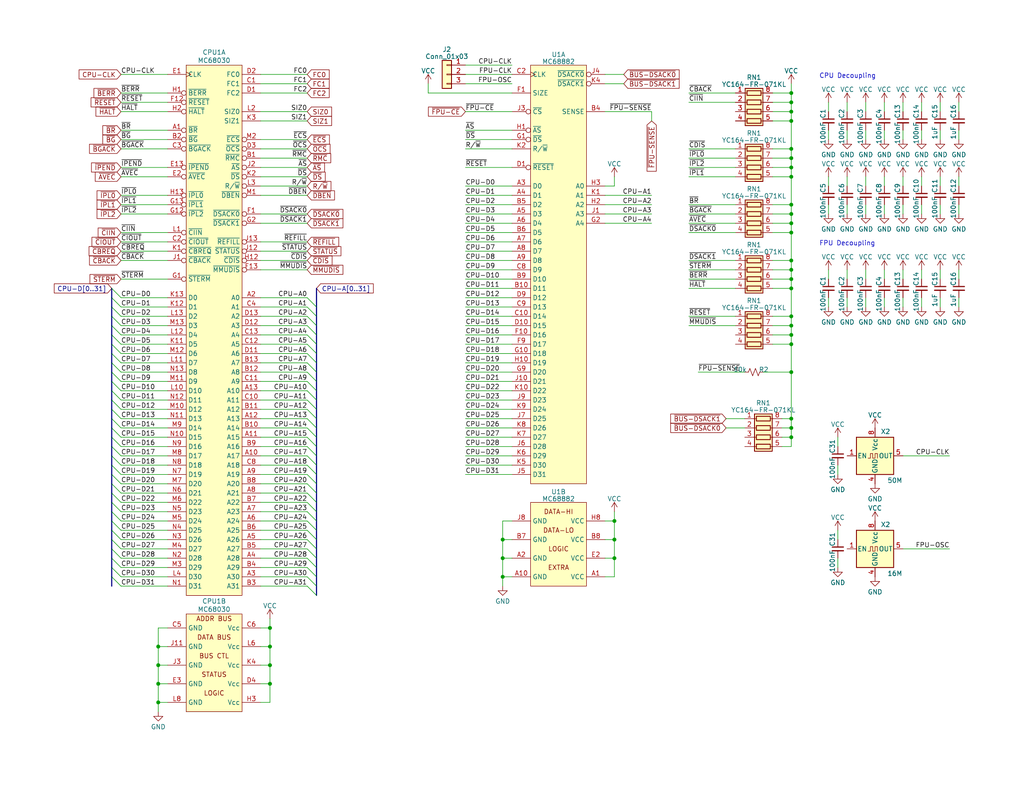
<source format=kicad_sch>
(kicad_sch (version 20230121) (generator eeschema)
  (paper "USLetter")
  (title_block (title "Wrap030-ATX Mainboard") (date "2023-03-26") (rev "1") (company "techav"))
  (junction (at 215.9 86.36))
  (junction (at 73.66 186.69))
  (junction (at 73.66 176.53))
  (junction (at 215.9 88.9))
  (junction (at 215.9 27.94))
  (junction (at 137.16 147.32))
  (junction (at 137.16 157.48))
  (junction (at 137.16 152.4))
  (junction (at 215.9 55.88))
  (junction (at 215.9 101.6))
  (junction (at 43.18 181.61))
  (junction (at 215.9 33.02))
  (junction (at 215.9 71.12))
  (junction (at 215.9 91.44))
  (junction (at 43.18 186.69))
  (junction (at 167.64 142.24))
  (junction (at 215.9 114.3))
  (junction (at 167.64 152.4))
  (junction (at 215.9 25.4))
  (junction (at 73.66 181.61))
  (junction (at 215.9 116.84))
  (junction (at 215.9 93.98))
  (junction (at 215.9 45.72))
  (junction (at 215.9 48.26))
  (junction (at 215.9 119.38))
  (junction (at 73.66 171.45))
  (junction (at 215.9 43.18))
  (junction (at 215.9 60.96))
  (junction (at 215.9 76.2))
  (junction (at 215.9 63.5))
  (junction (at 43.18 191.77))
  (junction (at 215.9 30.48))
  (junction (at 215.9 58.42))
  (junction (at 215.9 73.66))
  (junction (at 215.9 40.64))
  (junction (at 43.18 176.53))
  (junction (at 167.64 147.32))
  (junction (at 215.9 78.74))
  (bus_entry (at 83.82 121.92) (size 2.54 2.54))
  (bus_entry (at 83.82 132.08) (size 2.54 2.54))
  (bus_entry (at 30.48 127) (size 2.54 2.54))
  (bus_entry (at 30.48 147.32) (size 2.54 2.54))
  (bus_entry (at 83.82 101.6) (size 2.54 2.54))
  (bus_entry (at 83.82 157.48) (size 2.54 2.54))
  (bus_entry (at 83.82 116.84) (size 2.54 2.54))
  (bus_entry (at 30.48 104.14) (size 2.54 2.54))
  (bus_entry (at 30.48 132.08) (size 2.54 2.54))
  (bus_entry (at 83.82 142.24) (size 2.54 2.54))
  (bus_entry (at 83.82 139.7) (size 2.54 2.54))
  (bus_entry (at 30.48 154.94) (size 2.54 2.54))
  (bus_entry (at 83.82 111.76) (size 2.54 2.54))
  (bus_entry (at 83.82 93.98) (size 2.54 2.54))
  (bus_entry (at 30.48 88.9) (size 2.54 2.54))
  (bus_entry (at 30.48 124.46) (size 2.54 2.54))
  (bus_entry (at 30.48 152.4) (size 2.54 2.54))
  (bus_entry (at 30.48 109.22) (size 2.54 2.54))
  (bus_entry (at 30.48 81.28) (size 2.54 2.54))
  (bus_entry (at 83.82 109.22) (size 2.54 2.54))
  (bus_entry (at 30.48 96.52) (size 2.54 2.54))
  (bus_entry (at 83.82 99.06) (size 2.54 2.54))
  (bus_entry (at 30.48 121.92) (size 2.54 2.54))
  (bus_entry (at 30.48 129.54) (size 2.54 2.54))
  (bus_entry (at 30.48 99.06) (size 2.54 2.54))
  (bus_entry (at 30.48 93.98) (size 2.54 2.54))
  (bus_entry (at 30.48 137.16) (size 2.54 2.54))
  (bus_entry (at 83.82 144.78) (size 2.54 2.54))
  (bus_entry (at 83.82 104.14) (size 2.54 2.54))
  (bus_entry (at 83.82 160.02) (size 2.54 2.54))
  (bus_entry (at 83.82 137.16) (size 2.54 2.54))
  (bus_entry (at 30.48 101.6) (size 2.54 2.54))
  (bus_entry (at 30.48 142.24) (size 2.54 2.54))
  (bus_entry (at 83.82 147.32) (size 2.54 2.54))
  (bus_entry (at 30.48 111.76) (size 2.54 2.54))
  (bus_entry (at 30.48 144.78) (size 2.54 2.54))
  (bus_entry (at 30.48 149.86) (size 2.54 2.54))
  (bus_entry (at 83.82 83.82) (size 2.54 2.54))
  (bus_entry (at 30.48 157.48) (size 2.54 2.54))
  (bus_entry (at 83.82 106.68) (size 2.54 2.54))
  (bus_entry (at 83.82 91.44) (size 2.54 2.54))
  (bus_entry (at 30.48 116.84) (size 2.54 2.54))
  (bus_entry (at 83.82 149.86) (size 2.54 2.54))
  (bus_entry (at 30.48 139.7) (size 2.54 2.54))
  (bus_entry (at 83.82 134.62) (size 2.54 2.54))
  (bus_entry (at 83.82 119.38) (size 2.54 2.54))
  (bus_entry (at 83.82 114.3) (size 2.54 2.54))
  (bus_entry (at 30.48 119.38) (size 2.54 2.54))
  (bus_entry (at 83.82 81.28) (size 2.54 2.54))
  (bus_entry (at 83.82 129.54) (size 2.54 2.54))
  (bus_entry (at 83.82 152.4) (size 2.54 2.54))
  (bus_entry (at 30.48 86.36) (size 2.54 2.54))
  (bus_entry (at 30.48 134.62) (size 2.54 2.54))
  (bus_entry (at 83.82 86.36) (size 2.54 2.54))
  (bus_entry (at 83.82 154.94) (size 2.54 2.54))
  (bus_entry (at 30.48 91.44) (size 2.54 2.54))
  (bus_entry (at 83.82 127) (size 2.54 2.54))
  (bus_entry (at 30.48 114.3) (size 2.54 2.54))
  (bus_entry (at 30.48 83.82) (size 2.54 2.54))
  (bus_entry (at 83.82 88.9) (size 2.54 2.54))
  (bus_entry (at 30.48 78.74) (size 2.54 2.54))
  (bus_entry (at 30.48 106.68) (size 2.54 2.54))
  (bus_entry (at 83.82 96.52) (size 2.54 2.54))
  (bus_entry (at 83.82 124.46) (size 2.54 2.54))
  (wire (pts (xy 127 63.5) (xy 139.7 63.5)))
  (wire (pts (xy 200.66 88.9) (xy 187.96 88.9)))
  (wire (pts (xy 251.46 48.26) (xy 251.46 50.8)))
  (wire (pts (xy 210.82 73.66) (xy 215.9 73.66)))
  (bus (pts (xy 86.36 83.82) (xy 86.36 86.36)))
  (wire (pts (xy 73.66 171.45) (xy 73.66 176.53)))
  (wire (pts (xy 71.12 25.4) (xy 83.82 25.4)))
  (wire (pts (xy 127 53.34) (xy 139.7 53.34)))
  (wire (pts (xy 33.02 93.98) (xy 45.72 93.98)))
  (wire (pts (xy 71.12 22.86) (xy 83.82 22.86)))
  (wire (pts (xy 71.12 114.3) (xy 83.82 114.3)))
  (wire (pts (xy 33.02 116.84) (xy 45.72 116.84)))
  (wire (pts (xy 256.54 48.26) (xy 256.54 50.8)))
  (bus (pts (xy 86.36 88.9) (xy 86.36 91.44)))
  (wire (pts (xy 210.82 33.02) (xy 215.9 33.02)))
  (bus (pts (xy 30.48 132.08) (xy 30.48 129.54)))
  (wire (pts (xy 71.12 139.7) (xy 83.82 139.7)))
  (wire (pts (xy 127 124.46) (xy 139.7 124.46)))
  (wire (pts (xy 116.84 22.86) (xy 116.84 25.4)))
  (wire (pts (xy 165.1 157.48) (xy 167.64 157.48)))
  (wire (pts (xy 226.06 58.42) (xy 226.06 55.88)))
  (bus (pts (xy 86.36 142.24) (xy 86.36 144.78)))
  (bus (pts (xy 30.48 129.54) (xy 30.48 127)))
  (wire (pts (xy 210.82 55.88) (xy 215.9 55.88)))
  (wire (pts (xy 33.02 104.14) (xy 45.72 104.14)))
  (bus (pts (xy 86.36 144.78) (xy 86.36 147.32)))
  (wire (pts (xy 210.82 48.26) (xy 215.9 48.26)))
  (wire (pts (xy 127 45.72) (xy 139.7 45.72)))
  (wire (pts (xy 43.18 176.53) (xy 43.18 181.61)))
  (wire (pts (xy 71.12 127) (xy 83.82 127)))
  (wire (pts (xy 33.02 68.58) (xy 45.72 68.58)))
  (wire (pts (xy 167.64 142.24) (xy 167.64 139.7)))
  (wire (pts (xy 236.22 73.66) (xy 236.22 76.2)))
  (wire (pts (xy 71.12 121.92) (xy 83.82 121.92)))
  (wire (pts (xy 226.06 27.94) (xy 226.06 30.48)))
  (bus (pts (xy 30.48 111.76) (xy 30.48 109.22)))
  (wire (pts (xy 33.02 40.64) (xy 45.72 40.64)))
  (wire (pts (xy 137.16 152.4) (xy 139.7 152.4)))
  (wire (pts (xy 33.02 35.56) (xy 45.72 35.56)))
  (wire (pts (xy 71.12 99.06) (xy 83.82 99.06)))
  (bus (pts (xy 30.48 152.4) (xy 30.48 149.86)))
  (bus (pts (xy 86.36 137.16) (xy 86.36 139.7)))
  (wire (pts (xy 215.9 25.4) (xy 215.9 27.94)))
  (bus (pts (xy 30.48 142.24) (xy 30.48 139.7)))
  (wire (pts (xy 215.9 45.72) (xy 215.9 48.26)))
  (wire (pts (xy 256.54 83.82) (xy 256.54 81.28)))
  (bus (pts (xy 30.48 160.02) (xy 30.48 157.48)))
  (wire (pts (xy 71.12 134.62) (xy 83.82 134.62)))
  (wire (pts (xy 236.22 27.94) (xy 236.22 30.48)))
  (wire (pts (xy 71.12 129.54) (xy 83.82 129.54)))
  (bus (pts (xy 30.48 134.62) (xy 30.48 132.08)))
  (wire (pts (xy 71.12 40.64) (xy 83.82 40.64)))
  (wire (pts (xy 71.12 132.08) (xy 83.82 132.08)))
  (wire (pts (xy 71.12 116.84) (xy 83.82 116.84)))
  (wire (pts (xy 127 104.14) (xy 139.7 104.14)))
  (wire (pts (xy 210.82 30.48) (xy 215.9 30.48)))
  (wire (pts (xy 259.08 149.86) (xy 246.38 149.86)))
  (wire (pts (xy 213.36 116.84) (xy 215.9 116.84)))
  (wire (pts (xy 33.02 30.48) (xy 45.72 30.48)))
  (wire (pts (xy 215.9 91.44) (xy 215.9 93.98)))
  (wire (pts (xy 215.9 58.42) (xy 215.9 60.96)))
  (wire (pts (xy 231.14 58.42) (xy 231.14 55.88)))
  (wire (pts (xy 215.9 71.12) (xy 215.9 73.66)))
  (wire (pts (xy 226.06 38.1) (xy 226.06 35.56)))
  (wire (pts (xy 33.02 101.6) (xy 45.72 101.6)))
  (wire (pts (xy 33.02 81.28) (xy 45.72 81.28)))
  (wire (pts (xy 33.02 149.86) (xy 45.72 149.86)))
  (wire (pts (xy 215.9 48.26) (xy 215.9 55.88)))
  (wire (pts (xy 139.7 38.1) (xy 127 38.1)))
  (wire (pts (xy 127 86.36) (xy 139.7 86.36)))
  (bus (pts (xy 86.36 134.62) (xy 86.36 137.16)))
  (wire (pts (xy 71.12 149.86) (xy 83.82 149.86)))
  (bus (pts (xy 30.48 114.3) (xy 30.48 111.76)))
  (wire (pts (xy 228.6 129.54) (xy 228.6 127)))
  (wire (pts (xy 187.96 73.66) (xy 200.66 73.66)))
  (wire (pts (xy 33.02 139.7) (xy 45.72 139.7)))
  (wire (pts (xy 246.38 38.1) (xy 246.38 35.56)))
  (bus (pts (xy 86.36 78.74) (xy 86.36 83.82)))
  (wire (pts (xy 71.12 38.1) (xy 83.82 38.1)))
  (wire (pts (xy 127 109.22) (xy 139.7 109.22)))
  (wire (pts (xy 71.12 109.22) (xy 83.82 109.22)))
  (bus (pts (xy 86.36 104.14) (xy 86.36 106.68)))
  (wire (pts (xy 33.02 121.92) (xy 45.72 121.92)))
  (wire (pts (xy 215.9 43.18) (xy 215.9 45.72)))
  (wire (pts (xy 71.12 48.26) (xy 83.82 48.26)))
  (wire (pts (xy 251.46 83.82) (xy 251.46 81.28)))
  (wire (pts (xy 71.12 58.42) (xy 83.82 58.42)))
  (wire (pts (xy 261.62 83.82) (xy 261.62 81.28)))
  (wire (pts (xy 127 116.84) (xy 139.7 116.84)))
  (wire (pts (xy 33.02 86.36) (xy 45.72 86.36)))
  (wire (pts (xy 127 55.88) (xy 139.7 55.88)))
  (wire (pts (xy 33.02 152.4) (xy 45.72 152.4)))
  (wire (pts (xy 127 73.66) (xy 139.7 73.66)))
  (wire (pts (xy 241.3 83.82) (xy 241.3 81.28)))
  (wire (pts (xy 165.1 142.24) (xy 167.64 142.24)))
  (bus (pts (xy 86.36 96.52) (xy 86.36 99.06)))
  (bus (pts (xy 86.36 121.92) (xy 86.36 124.46)))
  (wire (pts (xy 33.02 55.88) (xy 45.72 55.88)))
  (wire (pts (xy 127 81.28) (xy 139.7 81.28)))
  (bus (pts (xy 30.48 147.32) (xy 30.48 144.78)))
  (wire (pts (xy 33.02 66.04) (xy 45.72 66.04)))
  (wire (pts (xy 231.14 48.26) (xy 231.14 50.8)))
  (wire (pts (xy 71.12 30.48) (xy 83.82 30.48)))
  (wire (pts (xy 33.02 147.32) (xy 45.72 147.32)))
  (wire (pts (xy 215.9 63.5) (xy 215.9 71.12)))
  (wire (pts (xy 241.3 73.66) (xy 241.3 76.2)))
  (wire (pts (xy 215.9 119.38) (xy 215.9 116.84)))
  (wire (pts (xy 45.72 191.77) (xy 43.18 191.77)))
  (bus (pts (xy 30.48 116.84) (xy 30.48 114.3)))
  (bus (pts (xy 86.36 86.36) (xy 86.36 88.9)))
  (wire (pts (xy 33.02 71.12) (xy 45.72 71.12)))
  (wire (pts (xy 165.1 60.96) (xy 177.8 60.96)))
  (wire (pts (xy 187.96 60.96) (xy 200.66 60.96)))
  (wire (pts (xy 71.12 71.12) (xy 83.82 71.12)))
  (wire (pts (xy 200.66 40.64) (xy 187.96 40.64)))
  (wire (pts (xy 241.3 27.94) (xy 241.3 30.48)))
  (bus (pts (xy 30.48 137.16) (xy 30.48 134.62)))
  (wire (pts (xy 33.02 88.9) (xy 45.72 88.9)))
  (wire (pts (xy 200.66 71.12) (xy 187.96 71.12)))
  (wire (pts (xy 210.82 45.72) (xy 215.9 45.72)))
  (wire (pts (xy 256.54 58.42) (xy 256.54 55.88)))
  (wire (pts (xy 33.02 160.02) (xy 45.72 160.02)))
  (bus (pts (xy 30.48 139.7) (xy 30.48 137.16)))
  (bus (pts (xy 86.36 109.22) (xy 86.36 111.76)))
  (bus (pts (xy 30.48 149.86) (xy 30.48 147.32)))
  (bus (pts (xy 86.36 106.68) (xy 86.36 109.22)))
  (wire (pts (xy 210.82 27.94) (xy 215.9 27.94)))
  (wire (pts (xy 33.02 144.78) (xy 45.72 144.78)))
  (wire (pts (xy 215.9 27.94) (xy 215.9 30.48)))
  (bus (pts (xy 30.48 99.06) (xy 30.48 96.52)))
  (wire (pts (xy 43.18 186.69) (xy 43.18 191.77)))
  (wire (pts (xy 236.22 83.82) (xy 236.22 81.28)))
  (wire (pts (xy 210.82 25.4) (xy 215.9 25.4)))
  (wire (pts (xy 71.12 119.38) (xy 83.82 119.38)))
  (wire (pts (xy 165.1 55.88) (xy 177.8 55.88)))
  (wire (pts (xy 215.9 101.6) (xy 215.9 93.98)))
  (wire (pts (xy 210.82 63.5) (xy 215.9 63.5)))
  (bus (pts (xy 86.36 157.48) (xy 86.36 160.02)))
  (wire (pts (xy 33.02 76.2) (xy 45.72 76.2)))
  (wire (pts (xy 215.9 30.48) (xy 215.9 33.02)))
  (wire (pts (xy 127 76.2) (xy 139.7 76.2)))
  (bus (pts (xy 86.36 154.94) (xy 86.36 157.48)))
  (wire (pts (xy 73.66 176.53) (xy 73.66 181.61)))
  (wire (pts (xy 231.14 83.82) (xy 231.14 81.28)))
  (wire (pts (xy 228.6 119.38) (xy 228.6 121.92)))
  (wire (pts (xy 187.96 48.26) (xy 200.66 48.26)))
  (wire (pts (xy 71.12 106.68) (xy 83.82 106.68)))
  (wire (pts (xy 251.46 27.94) (xy 251.46 30.48)))
  (wire (pts (xy 33.02 132.08) (xy 45.72 132.08)))
  (wire (pts (xy 127 68.58) (xy 139.7 68.58)))
  (wire (pts (xy 215.9 93.98) (xy 210.82 93.98)))
  (wire (pts (xy 71.12 137.16) (xy 83.82 137.16)))
  (bus (pts (xy 86.36 139.7) (xy 86.36 142.24)))
  (wire (pts (xy 33.02 27.94) (xy 45.72 27.94)))
  (wire (pts (xy 71.12 88.9) (xy 83.82 88.9)))
  (wire (pts (xy 33.02 91.44) (xy 45.72 91.44)))
  (wire (pts (xy 228.6 154.94) (xy 228.6 152.4)))
  (wire (pts (xy 71.12 50.8) (xy 83.82 50.8)))
  (wire (pts (xy 187.96 78.74) (xy 200.66 78.74)))
  (wire (pts (xy 33.02 114.3) (xy 45.72 114.3)))
  (wire (pts (xy 210.82 58.42) (xy 215.9 58.42)))
  (bus (pts (xy 86.36 132.08) (xy 86.36 134.62)))
  (wire (pts (xy 33.02 99.06) (xy 45.72 99.06)))
  (wire (pts (xy 127 78.74) (xy 139.7 78.74)))
  (wire (pts (xy 246.38 27.94) (xy 246.38 30.48)))
  (wire (pts (xy 261.62 73.66) (xy 261.62 76.2)))
  (bus (pts (xy 86.36 147.32) (xy 86.36 149.86)))
  (wire (pts (xy 167.64 50.8) (xy 165.1 50.8)))
  (wire (pts (xy 137.16 157.48) (xy 137.16 160.02)))
  (bus (pts (xy 30.48 144.78) (xy 30.48 142.24)))
  (wire (pts (xy 187.96 55.88) (xy 200.66 55.88)))
  (wire (pts (xy 210.82 91.44) (xy 215.9 91.44)))
  (bus (pts (xy 30.48 86.36) (xy 30.48 83.82)))
  (wire (pts (xy 137.16 152.4) (xy 137.16 157.48)))
  (wire (pts (xy 73.66 181.61) (xy 73.66 186.69)))
  (wire (pts (xy 165.1 58.42) (xy 177.8 58.42)))
  (wire (pts (xy 71.12 53.34) (xy 83.82 53.34)))
  (wire (pts (xy 210.82 76.2) (xy 215.9 76.2)))
  (wire (pts (xy 127 30.48) (xy 139.7 30.48)))
  (wire (pts (xy 241.3 48.26) (xy 241.3 50.8)))
  (bus (pts (xy 86.36 129.54) (xy 86.36 132.08)))
  (wire (pts (xy 167.64 142.24) (xy 167.64 147.32)))
  (wire (pts (xy 71.12 157.48) (xy 83.82 157.48)))
  (wire (pts (xy 71.12 104.14) (xy 83.82 104.14)))
  (wire (pts (xy 71.12 43.18) (xy 83.82 43.18)))
  (wire (pts (xy 71.12 81.28) (xy 83.82 81.28)))
  (wire (pts (xy 33.02 45.72) (xy 45.72 45.72)))
  (wire (pts (xy 33.02 134.62) (xy 45.72 134.62)))
  (wire (pts (xy 256.54 38.1) (xy 256.54 35.56)))
  (wire (pts (xy 33.02 119.38) (xy 45.72 119.38)))
  (bus (pts (xy 30.48 81.28) (xy 30.48 78.74)))
  (wire (pts (xy 33.02 25.4) (xy 45.72 25.4)))
  (bus (pts (xy 30.48 91.44) (xy 30.48 88.9)))
  (wire (pts (xy 261.62 27.94) (xy 261.62 30.48)))
  (wire (pts (xy 226.06 48.26) (xy 226.06 50.8)))
  (wire (pts (xy 33.02 124.46) (xy 45.72 124.46)))
  (wire (pts (xy 241.3 58.42) (xy 241.3 55.88)))
  (wire (pts (xy 33.02 154.94) (xy 45.72 154.94)))
  (bus (pts (xy 86.36 111.76) (xy 86.36 114.3)))
  (wire (pts (xy 71.12 96.52) (xy 83.82 96.52)))
  (wire (pts (xy 203.2 116.84) (xy 198.12 116.84)))
  (wire (pts (xy 127 20.32) (xy 139.7 20.32)))
  (wire (pts (xy 215.9 121.92) (xy 215.9 119.38)))
  (bus (pts (xy 30.48 109.22) (xy 30.48 106.68)))
  (wire (pts (xy 251.46 73.66) (xy 251.46 76.2)))
  (wire (pts (xy 127 119.38) (xy 139.7 119.38)))
  (wire (pts (xy 71.12 176.53) (xy 73.66 176.53)))
  (wire (pts (xy 139.7 35.56) (xy 127 35.56)))
  (wire (pts (xy 33.02 58.42) (xy 45.72 58.42)))
  (wire (pts (xy 71.12 66.04) (xy 83.82 66.04)))
  (wire (pts (xy 71.12 111.76) (xy 83.82 111.76)))
  (wire (pts (xy 139.7 17.78) (xy 127 17.78)))
  (bus (pts (xy 30.48 119.38) (xy 30.48 116.84)))
  (bus (pts (xy 86.36 99.06) (xy 86.36 101.6)))
  (wire (pts (xy 203.2 114.3) (xy 198.12 114.3)))
  (wire (pts (xy 261.62 58.42) (xy 261.62 55.88)))
  (wire (pts (xy 215.9 86.36) (xy 215.9 88.9)))
  (bus (pts (xy 30.48 124.46) (xy 30.48 121.92)))
  (bus (pts (xy 30.48 157.48) (xy 30.48 154.94)))
  (wire (pts (xy 187.96 27.94) (xy 200.66 27.94)))
  (bus (pts (xy 86.36 91.44) (xy 86.36 93.98)))
  (wire (pts (xy 231.14 27.94) (xy 231.14 30.48)))
  (wire (pts (xy 187.96 45.72) (xy 200.66 45.72)))
  (wire (pts (xy 127 83.82) (xy 139.7 83.82)))
  (wire (pts (xy 127 58.42) (xy 139.7 58.42)))
  (wire (pts (xy 43.18 186.69) (xy 45.72 186.69)))
  (wire (pts (xy 203.2 101.6) (xy 190.5 101.6)))
  (wire (pts (xy 71.12 154.94) (xy 83.82 154.94)))
  (wire (pts (xy 127 101.6) (xy 139.7 101.6)))
  (wire (pts (xy 127 99.06) (xy 139.7 99.06)))
  (bus (pts (xy 86.36 93.98) (xy 86.36 96.52)))
  (wire (pts (xy 226.06 73.66) (xy 226.06 76.2)))
  (wire (pts (xy 33.02 137.16) (xy 45.72 137.16)))
  (wire (pts (xy 215.9 76.2) (xy 215.9 78.74)))
  (wire (pts (xy 33.02 48.26) (xy 45.72 48.26)))
  (bus (pts (xy 30.48 121.92) (xy 30.48 119.38)))
  (wire (pts (xy 127 106.68) (xy 139.7 106.68)))
  (wire (pts (xy 165.1 53.34) (xy 177.8 53.34)))
  (wire (pts (xy 139.7 40.64) (xy 127 40.64)))
  (wire (pts (xy 246.38 83.82) (xy 246.38 81.28)))
  (wire (pts (xy 71.12 33.02) (xy 83.82 33.02)))
  (wire (pts (xy 187.96 86.36) (xy 200.66 86.36)))
  (bus (pts (xy 30.48 106.68) (xy 30.48 104.14)))
  (wire (pts (xy 213.36 119.38) (xy 215.9 119.38)))
  (wire (pts (xy 127 93.98) (xy 139.7 93.98)))
  (bus (pts (xy 86.36 124.46) (xy 86.36 127)))
  (wire (pts (xy 236.22 58.42) (xy 236.22 55.88)))
  (wire (pts (xy 246.38 48.26) (xy 246.38 50.8)))
  (wire (pts (xy 215.9 116.84) (xy 215.9 114.3)))
  (wire (pts (xy 215.9 33.02) (xy 215.9 40.64)))
  (bus (pts (xy 30.48 101.6) (xy 30.48 99.06)))
  (bus (pts (xy 30.48 93.98) (xy 30.48 91.44)))
  (wire (pts (xy 43.18 181.61) (xy 43.18 186.69)))
  (wire (pts (xy 139.7 22.86) (xy 127 22.86)))
  (wire (pts (xy 71.12 181.61) (xy 73.66 181.61)))
  (wire (pts (xy 73.66 171.45) (xy 73.66 168.91)))
  (wire (pts (xy 261.62 38.1) (xy 261.62 35.56)))
  (wire (pts (xy 167.64 48.26) (xy 167.64 50.8)))
  (wire (pts (xy 215.9 114.3) (xy 215.9 101.6)))
  (wire (pts (xy 210.82 86.36) (xy 215.9 86.36)))
  (wire (pts (xy 210.82 60.96) (xy 215.9 60.96)))
  (wire (pts (xy 73.66 191.77) (xy 73.66 186.69)))
  (wire (pts (xy 259.08 124.46) (xy 246.38 124.46)))
  (wire (pts (xy 228.6 144.78) (xy 228.6 147.32)))
  (wire (pts (xy 210.82 78.74) (xy 215.9 78.74)))
  (wire (pts (xy 45.72 171.45) (xy 43.18 171.45)))
  (wire (pts (xy 127 121.92) (xy 139.7 121.92)))
  (wire (pts (xy 127 88.9) (xy 139.7 88.9)))
  (wire (pts (xy 71.12 20.32) (xy 83.82 20.32)))
  (bus (pts (xy 86.36 127) (xy 86.36 129.54)))
  (wire (pts (xy 33.02 127) (xy 45.72 127)))
  (wire (pts (xy 127 50.8) (xy 139.7 50.8)))
  (wire (pts (xy 33.02 109.22) (xy 45.72 109.22)))
  (wire (pts (xy 165.1 22.86) (xy 170.18 22.86)))
  (wire (pts (xy 251.46 38.1) (xy 251.46 35.56)))
  (wire (pts (xy 71.12 152.4) (xy 83.82 152.4)))
  (wire (pts (xy 200.66 63.5) (xy 187.96 63.5)))
  (wire (pts (xy 167.64 152.4) (xy 167.64 157.48)))
  (wire (pts (xy 165.1 30.48) (xy 177.8 30.48)))
  (wire (pts (xy 127 114.3) (xy 139.7 114.3)))
  (wire (pts (xy 187.96 43.18) (xy 200.66 43.18)))
  (bus (pts (xy 30.48 83.82) (xy 30.48 81.28)))
  (wire (pts (xy 236.22 48.26) (xy 236.22 50.8)))
  (wire (pts (xy 231.14 38.1) (xy 231.14 35.56)))
  (wire (pts (xy 127 129.54) (xy 139.7 129.54)))
  (wire (pts (xy 127 60.96) (xy 139.7 60.96)))
  (wire (pts (xy 137.16 147.32) (xy 137.16 152.4)))
  (wire (pts (xy 43.18 191.77) (xy 43.18 194.31)))
  (wire (pts (xy 241.3 38.1) (xy 241.3 35.56)))
  (wire (pts (xy 215.9 55.88) (xy 215.9 58.42)))
  (wire (pts (xy 246.38 58.42) (xy 246.38 55.88)))
  (wire (pts (xy 33.02 53.34) (xy 45.72 53.34)))
  (wire (pts (xy 71.12 101.6) (xy 83.82 101.6)))
  (wire (pts (xy 71.12 147.32) (xy 83.82 147.32)))
  (bus (pts (xy 30.48 96.52) (xy 30.48 93.98)))
  (wire (pts (xy 246.38 73.66) (xy 246.38 76.2)))
  (wire (pts (xy 177.8 30.48) (xy 177.8 33.02)))
  (wire (pts (xy 208.28 101.6) (xy 215.9 101.6)))
  (wire (pts (xy 213.36 114.3) (xy 215.9 114.3)))
  (wire (pts (xy 256.54 27.94) (xy 256.54 30.48)))
  (wire (pts (xy 187.96 58.42) (xy 200.66 58.42)))
  (bus (pts (xy 30.48 88.9) (xy 30.48 86.36)))
  (wire (pts (xy 71.12 186.69) (xy 73.66 186.69)))
  (wire (pts (xy 226.06 83.82) (xy 226.06 81.28)))
  (wire (pts (xy 210.82 71.12) (xy 215.9 71.12)))
  (wire (pts (xy 210.82 43.18) (xy 215.9 43.18)))
  (wire (pts (xy 71.12 160.02) (xy 83.82 160.02)))
  (wire (pts (xy 71.12 171.45) (xy 73.66 171.45)))
  (bus (pts (xy 30.48 154.94) (xy 30.48 152.4)))
  (wire (pts (xy 71.12 191.77) (xy 73.66 191.77)))
  (wire (pts (xy 71.12 68.58) (xy 83.82 68.58)))
  (wire (pts (xy 215.9 78.74) (xy 215.9 86.36)))
  (wire (pts (xy 261.62 48.26) (xy 261.62 50.8)))
  (wire (pts (xy 137.16 142.24) (xy 137.16 147.32)))
  (wire (pts (xy 210.82 40.64) (xy 215.9 40.64)))
  (wire (pts (xy 71.12 83.82) (xy 83.82 83.82)))
  (wire (pts (xy 33.02 111.76) (xy 45.72 111.76)))
  (wire (pts (xy 139.7 157.48) (xy 137.16 157.48)))
  (wire (pts (xy 231.14 73.66) (xy 231.14 76.2)))
  (wire (pts (xy 71.12 142.24) (xy 83.82 142.24)))
  (wire (pts (xy 71.12 45.72) (xy 83.82 45.72)))
  (wire (pts (xy 215.9 88.9) (xy 215.9 91.44)))
  (wire (pts (xy 165.1 20.32) (xy 170.18 20.32)))
  (wire (pts (xy 33.02 63.5) (xy 45.72 63.5)))
  (wire (pts (xy 165.1 152.4) (xy 167.64 152.4)))
  (bus (pts (xy 86.36 116.84) (xy 86.36 119.38)))
  (wire (pts (xy 127 71.12) (xy 139.7 71.12)))
  (wire (pts (xy 127 66.04) (xy 139.7 66.04)))
  (bus (pts (xy 86.36 119.38) (xy 86.36 121.92)))
  (wire (pts (xy 33.02 38.1) (xy 45.72 38.1)))
  (wire (pts (xy 215.9 40.64) (xy 215.9 43.18)))
  (wire (pts (xy 127 127) (xy 139.7 127)))
  (wire (pts (xy 116.84 25.4) (xy 139.7 25.4)))
  (wire (pts (xy 33.02 142.24) (xy 45.72 142.24)))
  (wire (pts (xy 137.16 147.32) (xy 139.7 147.32)))
  (wire (pts (xy 33.02 83.82) (xy 45.72 83.82)))
  (wire (pts (xy 215.9 22.86) (xy 215.9 25.4)))
  (wire (pts (xy 236.22 38.1) (xy 236.22 35.56)))
  (wire (pts (xy 33.02 20.32) (xy 45.72 20.32)))
  (bus (pts (xy 86.36 152.4) (xy 86.36 154.94)))
  (wire (pts (xy 187.96 76.2) (xy 200.66 76.2)))
  (wire (pts (xy 167.64 147.32) (xy 167.64 152.4)))
  (wire (pts (xy 33.02 129.54) (xy 45.72 129.54)))
  (wire (pts (xy 127 111.76) (xy 139.7 111.76)))
  (wire (pts (xy 165.1 147.32) (xy 167.64 147.32)))
  (bus (pts (xy 86.36 101.6) (xy 86.36 104.14)))
  (wire (pts (xy 71.12 60.96) (xy 83.82 60.96)))
  (wire (pts (xy 71.12 93.98) (xy 83.82 93.98)))
  (wire (pts (xy 33.02 106.68) (xy 45.72 106.68)))
  (wire (pts (xy 215.9 73.66) (xy 215.9 76.2)))
  (wire (pts (xy 71.12 144.78) (xy 83.82 144.78)))
  (wire (pts (xy 33.02 157.48) (xy 45.72 157.48)))
  (wire (pts (xy 187.96 25.4) (xy 200.66 25.4)))
  (wire (pts (xy 251.46 58.42) (xy 251.46 55.88)))
  (wire (pts (xy 210.82 88.9) (xy 215.9 88.9)))
  (wire (pts (xy 213.36 121.92) (xy 215.9 121.92)))
  (wire (pts (xy 71.12 86.36) (xy 83.82 86.36)))
  (bus (pts (xy 30.48 127) (xy 30.48 124.46)))
  (bus (pts (xy 86.36 149.86) (xy 86.36 152.4)))
  (wire (pts (xy 43.18 181.61) (xy 45.72 181.61)))
  (wire (pts (xy 127 96.52) (xy 139.7 96.52)))
  (wire (pts (xy 71.12 124.46) (xy 83.82 124.46)))
  (bus (pts (xy 86.36 114.3) (xy 86.36 116.84)))
  (bus (pts (xy 30.48 104.14) (xy 30.48 101.6)))
  (wire (pts (xy 71.12 73.66) (xy 83.82 73.66)))
  (wire (pts (xy 43.18 176.53) (xy 45.72 176.53)))
  (wire (pts (xy 127 91.44) (xy 139.7 91.44)))
  (wire (pts (xy 215.9 60.96) (xy 215.9 63.5)))
  (wire (pts (xy 137.16 142.24) (xy 139.7 142.24)))
  (bus (pts (xy 86.36 160.02) (xy 86.36 162.56)))
  (wire (pts (xy 71.12 91.44) (xy 83.82 91.44)))
  (wire (pts (xy 33.02 96.52) (xy 45.72 96.52)))
  (wire (pts (xy 43.18 171.45) (xy 43.18 176.53)))
  (wire (pts (xy 256.54 73.66) (xy 256.54 76.2)))
  (text "FPU Decoupling" (at 223.52 67.31 0) (effects (font (size 1.27 1.27)) (justify left bottom)))
  (text "CPU Decoupling" (at 223.52 21.59 0) (effects (font (size 1.27 1.27)) (justify left bottom)))
  (label "CPU-D7" (at 33.02 99.06 0))
  (label "~{OCS}" (at 83.82 40.64 180))
  (label "CPU-D0" (at 127 50.8 0))
  (label "CPU-A1" (at 177.8 53.34 180))
  (label "~{HALT}" (at 33.02 30.48 0))
  (label "~{BGACK}" (at 187.96 58.42 0))
  (label "~{FPU-SENSE}" (at 190.5 101.6 0))
  (label "CPU-D2" (at 33.02 86.36 0))
  (label "CPU-D15" (at 127 88.9 0))
  (label "CPU-D29" (at 33.02 154.94 0))
  (label "CPU-D18" (at 33.02 127 0))
  (label "CPU-A2" (at 83.82 86.36 180))
  (label "~{DSACK0}" (at 187.96 63.5 0))
  (label "CPU-D26" (at 33.02 147.32 0))
  (label "CPU-A7" (at 83.82 99.06 180))
  (label "CPU-D3" (at 127 58.42 0))
  (label "CPU-D24" (at 33.02 142.24 0))
  (label "~{DBEN}" (at 83.82 53.34 180))
  (label "CPU-D12" (at 127 81.28 0))
  (label "CPU-D30" (at 127 127 0))
  (label "CPU-D23" (at 33.02 139.7 0))
  (label "R{slash}~{W}" (at 83.82 50.8 180))
  (label "CPU-D6" (at 33.02 96.52 0))
  (label "~{IPEND}" (at 33.02 45.72 0))
  (label "~{DSACK1}" (at 83.82 60.96 180))
  (label "CPU-A28" (at 83.82 152.4 180))
  (label "CPU-D13" (at 33.02 114.3 0))
  (label "CPU-A23" (at 83.82 139.7 180))
  (label "CPU-D21" (at 127 104.14 0))
  (label "~{AS}" (at 83.82 45.72 180))
  (label "CPU-D9" (at 127 73.66 0))
  (label "CPU-D26" (at 127 116.84 0))
  (label "~{REFILL}" (at 83.82 66.04 180))
  (label "CPU-D10" (at 33.02 106.68 0))
  (label "CPU-D20" (at 33.02 132.08 0))
  (label "CPU-A18" (at 83.82 127 180))
  (label "~{CIIN}" (at 33.02 63.5 0))
  (label "~{RMC}" (at 83.82 43.18 180))
  (label "FPU-CLK" (at 139.7 20.32 180))
  (label "CPU-A31" (at 83.82 160.02 180))
  (label "CPU-CLK" (at 259.08 124.46 180))
  (label "CPU-D12" (at 33.02 111.76 0))
  (label "CPU-D24" (at 127 111.76 0))
  (label "SIZ1" (at 83.82 33.02 180))
  (label "CPU-A3" (at 83.82 88.9 180))
  (label "CPU-D6" (at 127 66.04 0))
  (label "CPU-D5" (at 127 63.5 0))
  (label "CPU-D27" (at 33.02 149.86 0))
  (label "CPU-A14" (at 83.82 116.84 180))
  (label "CPU-A24" (at 83.82 142.24 180))
  (label "~{BR}" (at 187.96 55.88 0))
  (label "CPU-D13" (at 127 83.82 0))
  (label "~{AS}" (at 127 35.56 0))
  (label "~{CBREQ}" (at 33.02 68.58 0))
  (label "~{IPL0}" (at 187.96 43.18 0))
  (label "FC2" (at 83.82 25.4 180))
  (label "CPU-CLK" (at 139.7 17.78 180))
  (label "~{RESET}" (at 33.02 27.94 0))
  (label "CPU-D19" (at 127 99.06 0))
  (label "CPU-D16" (at 33.02 121.92 0))
  (label "FC0" (at 83.82 20.32 180))
  (label "CPU-D28" (at 127 121.92 0))
  (label "SIZ0" (at 83.82 30.48 180))
  (label "CPU-A3" (at 177.8 58.42 180))
  (label "CPU-D16" (at 127 91.44 0))
  (label "CPU-A0" (at 83.82 81.28 180))
  (label "CPU-D4" (at 33.02 91.44 0))
  (label "CPU-D9" (at 33.02 104.14 0))
  (label "CPU-A25" (at 83.82 144.78 180))
  (label "CPU-A27" (at 83.82 149.86 180))
  (label "~{IPL2}" (at 33.02 58.42 0))
  (label "CPU-D8" (at 127 71.12 0))
  (label "~{CDIS}" (at 83.82 71.12 180))
  (label "CPU-A9" (at 83.82 104.14 180))
  (label "CPU-A6" (at 83.82 96.52 180))
  (label "~{FPU-CE}" (at 127 30.48 0))
  (label "~{CBACK}" (at 187.96 25.4 0))
  (label "CPU-D19" (at 33.02 129.54 0))
  (label "CPU-D22" (at 127 106.68 0))
  (label "CPU-A5" (at 83.82 93.98 180))
  (label "CPU-D29" (at 127 124.46 0))
  (label "CPU-D5" (at 33.02 93.98 0))
  (label "CPU-A19" (at 83.82 129.54 180))
  (label "CPU-D7" (at 127 68.58 0))
  (label "CPU-D1" (at 127 53.34 0))
  (label "CPU-D15" (at 33.02 119.38 0))
  (label "~{CDIS}" (at 187.96 40.64 0))
  (label "~{DSACK0}" (at 83.82 58.42 180))
  (label "CPU-A20" (at 83.82 132.08 180))
  (label "~{STERM}" (at 33.02 76.2 0))
  (label "~{BERR}" (at 187.96 76.2 0))
  (label "~{DS}" (at 127 38.1 0))
  (label "CPU-D1" (at 33.02 83.82 0))
  (label "CPU-A1" (at 83.82 83.82 180))
  (label "CPU-D22" (at 33.02 137.16 0))
  (label "CPU-D21" (at 33.02 134.62 0))
  (label "CPU-D31" (at 127 129.54 0))
  (label "FPU-OSC" (at 259.08 149.86 180))
  (label "CPU-A8" (at 83.82 101.6 180))
  (label "CPU-A30" (at 83.82 157.48 180))
  (label "CPU-D0" (at 33.02 81.28 0))
  (label "CPU-D11" (at 127 78.74 0))
  (label "~{BR}" (at 33.02 35.56 0))
  (label "~{IPL1}" (at 33.02 55.88 0))
  (label "~{DS}" (at 83.82 48.26 180))
  (label "CPU-D10" (at 127 76.2 0))
  (label "CPU-D31" (at 33.02 160.02 0))
  (label "~{CBACK}" (at 33.02 71.12 0))
  (label "CPU-D14" (at 33.02 116.84 0))
  (label "~{STATUS}" (at 83.82 68.58 180))
  (label "CPU-D25" (at 33.02 144.78 0))
  (label "CPU-D28" (at 33.02 152.4 0))
  (label "CPU-D4" (at 127 60.96 0))
  (label "~{HALT}" (at 187.96 78.74 0))
  (label "CPU-A29" (at 83.82 154.94 180))
  (label "CPU-D23" (at 127 109.22 0))
  (label "CPU-A15" (at 83.82 119.38 180))
  (label "CPU-D17" (at 33.02 124.46 0))
  (label "FC1" (at 83.82 22.86 180))
  (label "~{FPU-SENSE}" (at 177.8 30.48 180))
  (label "CPU-D18" (at 127 96.52 0))
  (label "CPU-D8" (at 33.02 101.6 0))
  (label "CPU-A22" (at 83.82 137.16 180))
  (label "CPU-A12" (at 83.82 111.76 180))
  (label "CPU-A4" (at 177.8 60.96 180))
  (label "~{MMUDIS}" (at 83.82 73.66 180))
  (label "~{RESET}" (at 187.96 86.36 0))
  (label "CPU-D17" (at 127 93.98 0))
  (label "~{IPL2}" (at 187.96 45.72 0))
  (label "CPU-A10" (at 83.82 106.68 180))
  (label "CPU-CLK" (at 33.02 20.32 0))
  (label "~{IPL1}" (at 187.96 48.26 0))
  (label "~{AVEC}" (at 33.02 48.26 0))
  (label "R{slash}~{W}" (at 127 40.64 0))
  (label "~{ECS}" (at 83.82 38.1 180))
  (label "~{STERM}" (at 187.96 73.66 0))
  (label "FPU-OSC" (at 139.7 22.86 180))
  (label "~{MMUDIS}" (at 187.96 88.9 0))
  (label "~{IPL0}" (at 33.02 53.34 0))
  (label "CPU-A16" (at 83.82 121.92 180))
  (label "~{BG}" (at 33.02 38.1 0))
  (label "CPU-A21" (at 83.82 134.62 180))
  (label "CPU-D25" (at 127 114.3 0))
  (label "CPU-A17" (at 83.82 124.46 180))
  (label "CPU-A13" (at 83.82 114.3 180))
  (label "~{RESET}" (at 127 45.72 0))
  (label "CPU-D3" (at 33.02 88.9 0))
  (label "CPU-A2" (at 177.8 55.88 180))
  (label "CPU-D30" (at 33.02 157.48 0))
  (label "CPU-D2" (at 127 55.88 0))
  (label "~{BGACK}" (at 33.02 40.64 0))
  (label "CPU-D20" (at 127 101.6 0))
  (label "CPU-D11" (at 33.02 109.22 0))
  (label "~{CIOUT}" (at 33.02 66.04 0))
  (label "CPU-D14" (at 127 86.36 0))
  (label "CPU-A4" (at 83.82 91.44 180))
  (label "~{CIIN}" (at 187.96 27.94 0))
  (label "CPU-A11" (at 83.82 109.22 180))
  (label "CPU-A26" (at 83.82 147.32 180))
  (label "~{AVEC}" (at 187.96 60.96 0))
  (label "CPU-D27" (at 127 119.38 0))
  (label "~{DSACK1}" (at 187.96 71.12 0))
  (label "~{BERR}" (at 33.02 25.4 0))
  (global_label "~{CIOUT}" (shape input) (at 33.02 66.04 180) (property "Intersheetrefs" "${INTERSHEET_REFS}" (effects hide)))
  (global_label "SIZ0" (shape input) (at 83.82 30.48 0) (property "Intersheetrefs" "${INTERSHEET_REFS}" (effects hide)))
  (global_label "~{IPEND}" (shape input) (at 33.02 45.72 180) (property "Intersheetrefs" "${INTERSHEET_REFS}" (effects hide)))
  (global_label "~{AS}" (shape input) (at 83.82 45.72 0) (property "Intersheetrefs" "${INTERSHEET_REFS}" (effects hide)))
  (global_label "~{BG}" (shape input) (at 33.02 38.1 180) (property "Intersheetrefs" "${INTERSHEET_REFS}" (effects hide)))
  (global_label "~{BERR}" (shape input) (at 33.02 25.4 180) (property "Intersheetrefs" "${INTERSHEET_REFS}" (effects hide)))
  (global_label "~{ECS}" (shape input) (at 83.82 38.1 0) (property "Intersheetrefs" "${INTERSHEET_REFS}" (effects hide)))
  (global_label "~{BUS-DSACK0}" (shape input) (at 198.12 116.84 180) (property "Intersheetrefs" "${INTERSHEET_REFS}" (effects hide)))
  (global_label "FC2" (shape input) (at 83.82 25.4 0) (property "Intersheetrefs" "${INTERSHEET_REFS}" (effects hide)))
  (global_label "~{IPL0}" (shape input) (at 33.02 53.34 180) (property "Intersheetrefs" "${INTERSHEET_REFS}" (effects hide)))
  (global_label "~{HALT}" (shape input) (at 33.02 30.48 180) (property "Intersheetrefs" "${INTERSHEET_REFS}" (effects hide)))
  (global_label "~{BR}" (shape input) (at 33.02 35.56 180) (property "Intersheetrefs" "${INTERSHEET_REFS}" (effects hide)))
  (global_label "SIZ1" (shape input) (at 83.82 33.02 0) (property "Intersheetrefs" "${INTERSHEET_REFS}" (effects hide)))
  (global_label "FC1" (shape input) (at 83.82 22.86 0) (property "Intersheetrefs" "${INTERSHEET_REFS}" (effects hide)))
  (global_label "~{MMUDIS}" (shape input) (at 83.82 73.66 0) (property "Intersheetrefs" "${INTERSHEET_REFS}" (effects hide)))
  (global_label "~{CBREQ}" (shape input) (at 33.02 68.58 180) (property "Intersheetrefs" "${INTERSHEET_REFS}" (effects hide)))
  (global_label "~{CBACK}" (shape input) (at 33.02 71.12 180) (property "Intersheetrefs" "${INTERSHEET_REFS}" (effects hide)))
  (global_label "~{RESET}" (shape input) (at 33.02 27.94 180) (property "Intersheetrefs" "${INTERSHEET_REFS}" (effects hide)))
  (global_label "~{FPU-SENSE}" (shape input) (at 177.8 33.02 270) (property "Intersheetrefs" "${INTERSHEET_REFS}" (effects hide)))
  (global_label "~{AVEC}" (shape input) (at 33.02 48.26 180) (property "Intersheetrefs" "${INTERSHEET_REFS}" (effects hide)))
  (global_label "~{BUS-DSACK1}" (shape input) (at 198.12 114.3 180) (property "Intersheetrefs" "${INTERSHEET_REFS}" (effects hide)))
  (global_label "~{OCS}" (shape input) (at 83.82 40.64 0) (property "Intersheetrefs" "${INTERSHEET_REFS}" (effects hide)))
  (global_label "~{BGACK}" (shape input) (at 33.02 40.64 180) (property "Intersheetrefs" "${INTERSHEET_REFS}" (effects hide)))
  (global_label "CPU-D[0..31]" (shape input) (at 30.48 78.74 180) (property "Intersheetrefs" "${INTERSHEET_REFS}" (effects hide)))
  (global_label "~{REFILL}" (shape input) (at 83.82 66.04 0) (property "Intersheetrefs" "${INTERSHEET_REFS}" (effects hide)))
  (global_label "~{CDIS}" (shape input) (at 83.82 71.12 0) (property "Intersheetrefs" "${INTERSHEET_REFS}" (effects hide)))
  (global_label "~{IPL2}" (shape input) (at 33.02 58.42 180) (property "Intersheetrefs" "${INTERSHEET_REFS}" (effects hide)))
  (global_label "R{slash}~{W}" (shape input) (at 83.82 50.8 0) (property "Intersheetrefs" "${INTERSHEET_REFS}" (effects hide)))
  (global_label "~{DBEN}" (shape input) (at 83.82 53.34 0) (property "Intersheetrefs" "${INTERSHEET_REFS}" (effects hide)))
  (global_label "CPU-A[0..31]" (shape input) (at 86.36 78.74 0) (property "Intersheetrefs" "${INTERSHEET_REFS}" (effects hide)))
  (global_label "~{IPL1}" (shape input) (at 33.02 55.88 180) (property "Intersheetrefs" "${INTERSHEET_REFS}" (effects hide)))
  (global_label "FC0" (shape input) (at 83.82 20.32 0) (property "Intersheetrefs" "${INTERSHEET_REFS}" (effects hide)))
  (global_label "~{DS}" (shape input) (at 83.82 48.26 0) (property "Intersheetrefs" "${INTERSHEET_REFS}" (effects hide)))
  (global_label "~{STATUS}" (shape input) (at 83.82 68.58 0) (property "Intersheetrefs" "${INTERSHEET_REFS}" (effects hide)))
  (global_label "~{FPU-CE}" (shape input) (at 127 30.48 180) (property "Intersheetrefs" "${INTERSHEET_REFS}" (effects hide)))
  (global_label "~{DSACK1}" (shape input) (at 83.82 60.96 0) (property "Intersheetrefs" "${INTERSHEET_REFS}" (effects hide)))
  (global_label "~{BUS-DSACK0}" (shape input) (at 170.18 20.32 0) (property "Intersheetrefs" "${INTERSHEET_REFS}" (effects hide)))
  (global_label "~{CIIN}" (shape input) (at 33.02 63.5 180) (property "Intersheetrefs" "${INTERSHEET_REFS}" (effects hide)))
  (global_label "~{BUS-DSACK1}" (shape input) (at 170.18 22.86 0) (property "Intersheetrefs" "${INTERSHEET_REFS}" (effects hide)))
  (global_label "CPU-CLK" (shape input) (at 33.02 20.32 180) (property "Intersheetrefs" "${INTERSHEET_REFS}" (effects hide)))
  (global_label "~{STERM}" (shape input) (at 33.02 76.2 180) (property "Intersheetrefs" "${INTERSHEET_REFS}" (effects hide)))
  (global_label "~{DSACK0}" (shape input) (at 83.82 58.42 0) (property "Intersheetrefs" "${INTERSHEET_REFS}" (effects hide)))
  (global_label "~{RMC}" (shape input) (at 83.82 43.18 0) (property "Intersheetrefs" "${INTERSHEET_REFS}" (effects hide)))
  (symbol (lib_id "power:VCC") (at 238.76 116.84 0) (unit 1)
    (property "Reference" "#PWR073" (effects hide))
    (property "Value" "VCC" (at 238.76 113.3381 0))
    (instances (project "Wrap030-ITX" (path "" (reference "#PWR073") (unit 1)) (path "" (reference "#PWR075") (unit 1))))
  )
  (symbol (lib_id "power:GND") (at 238.76 157.48 0) (unit 1)
    (property "Reference" "#PWR074" (effects hide))
    (property "Value" "GND" (at 238.76 161.6155 0))
    (instances (project "Wrap030-ITX" (path "" (reference "#PWR074") (unit 1)) (path "" (reference "#PWR093") (unit 1))))
  )
  (symbol (lib_id "power:VCC") (at 246.38 27.94 0) (unit 1)
    (property "Reference" "#PWR027" (effects hide))
    (property "Value" "VCC" (at 246.38 24.4381 0))
    (instances (project "Wrap030-ITX" (path "" (reference "#PWR027") (unit 1)) (path "" (reference "#PWR019") (unit 1))))
  )
  (symbol (lib_id "power:VCC") (at 167.64 48.26 0) (unit 1)
    (property "Reference" "#PWR01" (effects hide))
    (property "Value" "VCC" (at 167.64 44.7581 0))
    (instances (project "Wrap030-ITX" (path "" (reference "#PWR01") (unit 1)) (path "" (reference "#PWR0114") (unit 1))))
  )
  (symbol (lib_id "Device:R_Pack04") (at 205.74 30.48 270) (unit 1)
    (property "Reference" "RN1" (at 205.74 21.1201 90))
    (property "Value" "YC164-FR-071KL" (at 205.74 23.0411 90))
    (property "Footprint" "Resistor_SMD:R_Array_Convex_4x1206" (effects hide))
    (property "Datasheet" "https://www.mouser.com/datasheet/2/447/PYu_YC_TC_group_51_RoHS_L_9-3003033.pdf" (effects hide))
    (property "Mouser-Part" "603-YC164-FR-071KL" (effects hide))
    (property "Notes" "1k x4" (effects hide))
    (instances (project "Wrap030-ITX" (path "" (reference "RN1") (unit 1)) (path "" (reference "RN8") (unit 1))))
  )
  (symbol (lib_id "power:VCC") (at 261.62 48.26 0) (unit 1)
    (property "Reference" "#PWR025" (effects hide))
    (property "Value" "VCC" (at 261.62 44.7581 0))
    (instances (project "Wrap030-ITX" (path "" (reference "#PWR025") (unit 1)) (path "" (reference "#PWR033") (unit 1))))
  )
  (symbol (lib_id "power:GND") (at 251.46 38.1 0) (unit 1)
    (property "Reference" "#PWR030" (effects hide))
    (property "Value" "GND" (at 251.46 42.2355 0))
    (instances (project "Wrap030-ITX" (path "" (reference "#PWR030") (unit 1)) (path "" (reference "#PWR024") (unit 1))))
  )
  (symbol (lib_id "power:GND") (at 246.38 83.82 0) (unit 1)
    (property "Reference" "#PWR028" (effects hide))
    (property "Value" "GND" (at 246.38 87.9555 0))
    (instances (project "Wrap030-ITX" (path "" (reference "#PWR028") (unit 1)) (path "" (reference "#PWR0104") (unit 1))))
  )
  (symbol (lib_id "power:GND") (at 256.54 58.42 0) (unit 1)
    (property "Reference" "#PWR024" (effects hide))
    (property "Value" "GND" (at 256.54 62.5555 0))
    (instances (project "Wrap030-ITX" (path "" (reference "#PWR024") (unit 1)) (path "" (reference "#PWR030") (unit 1))))
  )
  (symbol (lib_id "Wrap030-ITX:MC68882RC") (at 152.4 17.78 0) (unit 1)
    (property "Reference" "U1" (at 152.4 14.8971 0))
    (property "Value" "MC68882" (at 152.4 16.8181 0))
    (property "Footprint" "Wrap030-ITX:PGA68" (effects hide))
  )
  (symbol (lib_id "Oscillator:CXO_DIP8") (at 238.76 124.46 0) (unit 1)
    (property "Reference" "X2" (at 241.6194 117.8179 0))
    (property "Value" "50M" (at 244.1594 131.1689 0))
    (property "Footprint" "Oscillator:Oscillator_DIP-8" (effects hide))
    (property "Datasheet" "http://cdn-reichelt.de/documents/datenblatt/B400/OSZI.pdf" (effects hide))
    (instances (project "Wrap030-ITX" (path "" (reference "X2") (unit 1)) (path "" (reference "X1") (unit 1)) (path "" (reference "X1") (unit 1))))
  )
  (symbol (lib_id "Device:C_Small") (at 236.22 78.74 0) (unit 1)
    (property "Reference" "C3" (at 234.7341 78.1026 90) (effects (justify left)))
    (property "Value" "100nF" (at 234.7341 85.1036 90) (effects (justify left)))
    (property "Footprint" "Capacitor_SMD:C_0402_1005Metric_Pad0.74x0.62mm_HandSolder" (effects hide))
    (property "JLC-Part" "https://jlcpcb.com/partdetail/1877-CL05B104KO5NNNC/C1525" (effects hide))
    (instances (project "Wrap030-ITX" (path "" (reference "C3") (unit 1)) (path "" (reference "C36") (unit 1))))
  )
  (symbol (lib_id "power:GND") (at 228.6 154.94 0) (unit 1)
    (property "Reference" "#PWR076" (effects hide))
    (property "Value" "GND" (at 228.6 159.0755 0))
    (instances (project "Wrap030-ITX" (path "" (reference "#PWR076") (unit 1)) (path "" (reference "#PWR091") (unit 1))))
  )
  (symbol (lib_id "power:VCC") (at 241.3 27.94 0) (unit 1)
    (property "Reference" "#PWR09" (effects hide))
    (property "Value" "VCC" (at 241.3 24.4381 0))
    (instances (project "Wrap030-ITX" (path "" (reference "#PWR09") (unit 1)) (path "" (reference "#PWR015") (unit 1))))
  )
  (symbol (lib_id "power:VCC") (at 226.06 27.94 0) (unit 1)
    (property "Reference" "#PWR03" (effects hide))
    (property "Value" "VCC" (at 226.06 24.4381 0))
  )
  (symbol (lib_id "Device:C_Small") (at 231.14 33.02 0) (unit 1)
    (property "Reference" "C2" (at 229.6541 32.3826 90) (effects (justify left)))
    (property "Value" "100nF" (at 229.6541 39.3836 90) (effects (justify left)))
    (property "Footprint" "Capacitor_SMD:C_0402_1005Metric_Pad0.74x0.62mm_HandSolder" (effects hide))
    (property "JLC-Part" "https://jlcpcb.com/partdetail/1877-CL05B104KO5NNNC/C1525" (effects hide))
    (instances (project "Wrap030-ITX" (path "" (reference "C2") (unit 1)) (path "" (reference "C3") (unit 1))))
  )
  (symbol (lib_id "Device:C_Small") (at 236.22 33.02 0) (unit 1)
    (property "Reference" "C3" (at 234.7341 32.3826 90) (effects (justify left)))
    (property "Value" "100nF" (at 234.7341 39.3836 90) (effects (justify left)))
    (property "Footprint" "Capacitor_SMD:C_0402_1005Metric_Pad0.74x0.62mm_HandSolder" (effects hide))
    (property "JLC-Part" "https://jlcpcb.com/partdetail/1877-CL05B104KO5NNNC/C1525" (effects hide))
    (instances (project "Wrap030-ITX" (path "" (reference "C3") (unit 1)) (path "" (reference "C5") (unit 1))))
  )
  (symbol (lib_id "power:VCC") (at 226.06 48.26 0) (unit 1)
    (property "Reference" "#PWR011" (effects hide))
    (property "Value" "VCC" (at 226.06 44.7581 0))
    (instances (project "Wrap030-ITX" (path "" (reference "#PWR011") (unit 1)) (path "" (reference "#PWR05") (unit 1))))
  )
  (symbol (lib_id "power:GND") (at 261.62 83.82 0) (unit 1)
    (property "Reference" "#PWR034" (effects hide))
    (property "Value" "GND" (at 261.62 87.9555 0))
    (instances (project "Wrap030-ITX" (path "" (reference "#PWR034") (unit 1)) (path "" (reference "#PWR0110") (unit 1))))
  )
  (symbol (lib_id "power:VCC") (at 251.46 73.66 0) (unit 1)
    (property "Reference" "#PWR029" (effects hide))
    (property "Value" "VCC" (at 251.46 70.1581 0))
    (instances (project "Wrap030-ITX" (path "" (reference "#PWR029") (unit 1)) (path "" (reference "#PWR0105") (unit 1))))
  )
  (symbol (lib_id "power:GND") (at 246.38 58.42 0) (unit 1)
    (property "Reference" "#PWR020" (effects hide))
    (property "Value" "GND" (at 246.38 62.5555 0))
    (instances (project "Wrap030-ITX" (path "" (reference "#PWR020") (unit 1)) (path "" (reference "#PWR022") (unit 1))))
  )
  (symbol (lib_id "power:VCC") (at 261.62 27.94 0) (unit 1)
    (property "Reference" "#PWR033" (effects hide))
    (property "Value" "VCC" (at 261.62 24.4381 0))
    (instances (project "Wrap030-ITX" (path "" (reference "#PWR033") (unit 1)) (path "" (reference "#PWR031") (unit 1))))
  )
  (symbol (lib_id "power:VCC") (at 231.14 48.26 0) (unit 1)
    (property "Reference" "#PWR013" (effects hide))
    (property "Value" "VCC" (at 231.14 44.7581 0))
    (instances (project "Wrap030-ITX" (path "" (reference "#PWR013") (unit 1)) (path "" (reference "#PWR09") (unit 1))))
  )
  (symbol (lib_id "power:VCC") (at 167.64 139.7 0) (unit 1)
    (property "Reference" "#PWR01" (effects hide))
    (property "Value" "VCC" (at 167.64 136.1981 0))
    (instances (project "Wrap030-ITX" (path "" (reference "#PWR01") (unit 1)) (path "" (reference "#PWR0111") (unit 1))))
  )
  (symbol (lib_id "Device:R_Pack04") (at 205.74 91.44 270) (unit 1)
    (property "Reference" "RN1" (at 205.74 82.0801 90))
    (property "Value" "YC164-FR-071KL" (at 205.74 84.0011 90))
    (property "Footprint" "Resistor_SMD:R_Array_Convex_4x1206" (effects hide))
    (property "Datasheet" "https://www.mouser.com/datasheet/2/447/PYu_YC_TC_group_51_RoHS_L_9-3003033.pdf" (effects hide))
    (property "Mouser-Part" "603-YC164-FR-071KL" (effects hide))
    (property "Notes" "1k x4" (effects hide))
    (instances (project "Wrap030-ITX" (path "" (reference "RN1") (unit 1)) (path "" (reference "RN12") (unit 1))))
  )
  (symbol (lib_id "power:GND") (at 226.06 83.82 0) (unit 1)
    (property "Reference" "#PWR04" (effects hide))
    (property "Value" "GND" (at 226.06 87.9555 0))
    (instances (project "Wrap030-ITX" (path "" (reference "#PWR04") (unit 1)) (path "" (reference "#PWR096") (unit 1))))
  )
  (symbol (lib_id "Device:C_Small") (at 228.6 124.46 0) (unit 1)
    (property "Reference" "C31" (at 227.1141 123.8226 90) (effects (justify left)))
    (property "Value" "100nF" (at 227.1141 130.8236 90) (effects (justify left)))
    (property "Footprint" "Capacitor_SMD:C_0402_1005Metric_Pad0.74x0.62mm_HandSolder" (effects hide))
    (property "JLC-Part" "https://jlcpcb.com/partdetail/1877-CL05B104KO5NNNC/C1525" (effects hide))
  )
  (symbol (lib_id "Device:C_Small") (at 228.6 149.86 0) (unit 1)
    (property "Reference" "C31" (at 227.1141 149.2226 90) (effects (justify left)))
    (property "Value" "100nF" (at 227.1141 156.2236 90) (effects (justify left)))
    (property "Footprint" "Capacitor_SMD:C_0402_1005Metric_Pad0.74x0.62mm_HandSolder" (effects hide))
    (property "JLC-Part" "https://jlcpcb.com/partdetail/1877-CL05B104KO5NNNC/C1525" (effects hide))
    (instances (project "Wrap030-ITX" (path "" (reference "C31") (unit 1)) (path "" (reference "C33") (unit 1))))
  )
  (symbol (lib_id "Device:R_Pack04") (at 208.28 119.38 270) (unit 1)
    (property "Reference" "RN1" (at 208.28 110.0201 90))
    (property "Value" "YC164-FR-071KL" (at 208.28 111.9411 90))
    (property "Footprint" "Resistor_SMD:R_Array_Convex_4x1206" (effects hide))
    (property "Datasheet" "https://www.mouser.com/datasheet/2/447/PYu_YC_TC_group_51_RoHS_L_9-3003033.pdf" (effects hide))
    (property "Mouser-Part" "603-YC164-FR-071KL" (effects hide))
    (property "Notes" "1k x4" (effects hide))
    (instances (project "Wrap030-ITX" (path "" (reference "RN1") (unit 1)) (path "" (reference "RN22") (unit 1))))
  )
  (symbol (lib_id "Device:C_Small") (at 256.54 33.02 0) (unit 1)
    (property "Reference" "C15" (at 255.0541 32.3826 90) (effects (justify left)))
    (property "Value" "1uF" (at 255.0541 38.1136 90) (effects (justify left)))
    (property "Footprint" "Capacitor_SMD:C_0402_1005Metric_Pad0.74x0.62mm_HandSolder" (effects hide))
    (property "JLC-Part" "https://jlcpcb.com/partdetail/53938-CL05A105KA5NQNC/C52923" (effects hide))
    (instances (project "Wrap030-ITX" (path "" (reference "C15") (unit 1)) (path "" (reference "C13") (unit 1))))
  )
  (symbol (lib_id "power:VCC") (at 238.76 142.24 0) (unit 1)
    (property "Reference" "#PWR073" (effects hide))
    (property "Value" "VCC" (at 238.76 138.7381 0))
    (instances (project "Wrap030-ITX" (path "" (reference "#PWR073") (unit 1)) (path "" (reference "#PWR092") (unit 1))))
  )
  (symbol (lib_id "power:VCC") (at 231.14 27.94 0) (unit 1)
    (property "Reference" "#PWR05" (effects hide))
    (property "Value" "VCC" (at 231.14 24.4381 0))
    (instances (project "Wrap030-ITX" (path "" (reference "#PWR05") (unit 1)) (path "" (reference "#PWR07") (unit 1))))
  )
  (symbol (lib_id "Device:C_Small") (at 261.62 78.74 0) (unit 1)
    (property "Reference" "C16" (at 260.1341 78.1026 90) (effects (justify left)))
    (property "Value" "1uF" (at 260.1341 83.8336 90) (effects (justify left)))
    (property "Footprint" "Capacitor_SMD:C_0402_1005Metric_Pad0.74x0.62mm_HandSolder" (effects hide))
    (property "JLC-Part" "https://jlcpcb.com/partdetail/53938-CL05A105KA5NQNC/C52923" (effects hide))
    (instances (project "Wrap030-ITX" (path "" (reference "C16") (unit 1)) (path "" (reference "C41") (unit 1))))
  )
  (symbol (lib_id "Wrap030-ITX:MC68030RC") (at 58.42 17.78 0) (unit 1)
    (property "Reference" "CPU1" (at 58.42 14.2781 0))
    (property "Value" "MC68030" (at 58.42 16.51 0))
    (property "Footprint" "Wrap030-ITX:PGA128" (effects hide))
  )
  (symbol (lib_id "power:GND") (at 241.3 58.42 0) (unit 1)
    (property "Reference" "#PWR018" (effects hide))
    (property "Value" "GND" (at 241.3 62.5555 0))
  )
  (symbol (lib_id "power:GND") (at 241.3 38.1 0) (unit 1)
    (property "Reference" "#PWR010" (effects hide))
    (property "Value" "GND" (at 241.3 42.2355 0))
    (instances (project "Wrap030-ITX" (path "" (reference "#PWR010") (unit 1)) (path "" (reference "#PWR016") (unit 1))))
  )
  (symbol (lib_id "power:VCC") (at 231.14 73.66 0) (unit 1)
    (property "Reference" "#PWR05" (effects hide))
    (property "Value" "VCC" (at 231.14 70.1581 0))
    (instances (project "Wrap030-ITX" (path "" (reference "#PWR05") (unit 1)) (path "" (reference "#PWR097") (unit 1))))
  )
  (symbol (lib_id "power:VCC") (at 256.54 73.66 0) (unit 1)
    (property "Reference" "#PWR031" (effects hide))
    (property "Value" "VCC" (at 256.54 70.1581 0))
    (instances (project "Wrap030-ITX" (path "" (reference "#PWR031") (unit 1)) (path "" (reference "#PWR0107") (unit 1))))
  )
  (symbol (lib_id "power:VCC") (at 251.46 48.26 0) (unit 1)
    (property "Reference" "#PWR021" (effects hide))
    (property "Value" "VCC" (at 251.46 44.7581 0))
    (instances (project "Wrap030-ITX" (path "" (reference "#PWR021") (unit 1)) (path "" (reference "#PWR025") (unit 1))))
  )
  (symbol (lib_id "Device:C_Small") (at 251.46 78.74 0) (unit 1)
    (property "Reference" "C14" (at 249.9741 78.1026 90) (effects (justify left)))
    (property "Value" "100nF" (at 249.9741 85.1036 90) (effects (justify left)))
    (property "Footprint" "Capacitor_SMD:C_0402_1005Metric_Pad0.74x0.62mm_HandSolder" (effects hide))
    (property "JLC-Part" "https://jlcpcb.com/partdetail/1877-CL05B104KO5NNNC/C1525" (effects hide))
    (instances (project "Wrap030-ITX" (path "" (reference "C14") (unit 1)) (path "" (reference "C39") (unit 1))))
  )
  (symbol (lib_id "power:GND") (at 43.18 194.31 0) (unit 1)
    (property "Reference" "#PWR02" (effects hide))
    (property "Value" "GND" (at 43.18 198.4455 0))
    (instances (project "Wrap030-ITX" (path "" (reference "#PWR02") (unit 1)) (path "" (reference "#PWR01") (unit 1))))
  )
  (symbol (lib_id "Device:C_Small") (at 256.54 53.34 0) (unit 1)
    (property "Reference" "C11" (at 255.0541 52.7026 90) (effects (justify left)))
    (property "Value" "100nF" (at 255.0541 59.7036 90) (effects (justify left)))
    (property "Footprint" "Capacitor_SMD:C_0402_1005Metric_Pad0.74x0.62mm_HandSolder" (effects hide))
    (property "JLC-Part" "https://jlcpcb.com/partdetail/1877-CL05B104KO5NNNC/C1525" (effects hide))
    (instances (project "Wrap030-ITX" (path "" (reference "C11") (unit 1)) (path "" (reference "C14") (unit 1))))
  )
  (symbol (lib_id "power:GND") (at 236.22 38.1 0) (unit 1)
    (property "Reference" "#PWR08" (effects hide))
    (property "Value" "GND" (at 236.22 42.2355 0))
    (instances (project "Wrap030-ITX" (path "" (reference "#PWR08") (unit 1)) (path "" (reference "#PWR012") (unit 1))))
  )
  (symbol (lib_id "power:VCC") (at 236.22 27.94 0) (unit 1)
    (property "Reference" "#PWR07" (effects hide))
    (property "Value" "VCC" (at 236.22 24.4381 0))
    (instances (project "Wrap030-ITX" (path "" (reference "#PWR07") (unit 1)) (path "" (reference "#PWR011") (unit 1))))
  )
  (symbol (lib_id "power:GND") (at 231.14 38.1 0) (unit 1)
    (property "Reference" "#PWR06" (effects hide))
    (property "Value" "GND" (at 231.14 42.2355 0))
    (instances (project "Wrap030-ITX" (path "" (reference "#PWR06") (unit 1)) (path "" (reference "#PWR08") (unit 1))))
  )
  (symbol (lib_id "Device:C_Small") (at 246.38 78.74 0) (unit 1)
    (property "Reference" "C13" (at 244.8941 78.1026 90) (effects (justify left)))
    (property "Value" "100nF" (at 244.8941 85.1036 90) (effects (justify left)))
    (property "Footprint" "Capacitor_SMD:C_0402_1005Metric_Pad0.74x0.62mm_HandSolder" (effects hide))
    (property "JLC-Part" "https://jlcpcb.com/partdetail/1877-CL05B104KO5NNNC/C1525" (effects hide))
    (instances (project "Wrap030-ITX" (path "" (reference "C13") (unit 1)) (path "" (reference "C38") (unit 1))))
  )
  (symbol (lib_id "Device:C_Small") (at 226.06 53.34 0) (unit 1)
    (property "Reference" "C5" (at 224.5741 52.7026 90) (effects (justify left)))
    (property "Value" "100nF" (at 224.5741 59.7036 90) (effects (justify left)))
    (property "Footprint" "Capacitor_SMD:C_0402_1005Metric_Pad0.74x0.62mm_HandSolder" (effects hide))
    (property "JLC-Part" "https://jlcpcb.com/partdetail/1877-CL05B104KO5NNNC/C1525" (effects hide))
    (instances (project "Wrap030-ITX" (path "" (reference "C5") (unit 1)) (path "" (reference "C2") (unit 1))))
  )
  (symbol (lib_id "Wrap030-ITX:MC68030RC") (at 58.42 167.64 0) (unit 2)
    (property "Reference" "CPU1" (at 58.42 164.1381 0))
    (property "Value" "MC68030" (at 58.42 166.37 0))
    (property "Footprint" "Wrap030-ITX:PGA128" (effects hide))
  )
  (symbol (lib_id "Device:C_Small") (at 236.22 53.34 0) (unit 1)
    (property "Reference" "C7" (at 234.7341 52.7026 90) (effects (justify left)))
    (property "Value" "100nF" (at 234.7341 59.7036 90) (effects (justify left)))
    (property "Footprint" "Capacitor_SMD:C_0402_1005Metric_Pad0.74x0.62mm_HandSolder" (effects hide))
    (property "JLC-Part" "https://jlcpcb.com/partdetail/1877-CL05B104KO5NNNC/C1525" (effects hide))
    (instances (project "Wrap030-ITX" (path "" (reference "C7") (unit 1)) (path "" (reference "C6") (unit 1))))
  )
  (symbol (lib_id "Wrap030-ITX:MC68882RC") (at 152.4 137.16 0) (unit 2)
    (property "Reference" "U1" (at 152.4 134.2771 0))
    (property "Value" "MC68882" (at 152.4 136.1981 0))
    (property "Footprint" "Wrap030-ITX:PGA68" (effects hide))
  )
  (symbol (lib_id "power:VCC") (at 236.22 73.66 0) (unit 1)
    (property "Reference" "#PWR07" (effects hide))
    (property "Value" "VCC" (at 236.22 70.1581 0))
    (instances (project "Wrap030-ITX" (path "" (reference "#PWR07") (unit 1)) (path "" (reference "#PWR099") (unit 1))))
  )
  (symbol (lib_id "power:VCC") (at 226.06 73.66 0) (unit 1)
    (property "Reference" "#PWR03" (effects hide))
    (property "Value" "VCC" (at 226.06 70.1581 0))
    (instances (project "Wrap030-ITX" (path "" (reference "#PWR03") (unit 1)) (path "" (reference "#PWR095") (unit 1))))
  )
  (symbol (lib_id "power:GND") (at 231.14 58.42 0) (unit 1)
    (property "Reference" "#PWR014" (effects hide))
    (property "Value" "GND" (at 231.14 62.5555 0))
    (instances (project "Wrap030-ITX" (path "" (reference "#PWR014") (unit 1)) (path "" (reference "#PWR010") (unit 1))))
  )
  (symbol (lib_id "power:GND") (at 261.62 38.1 0) (unit 1)
    (property "Reference" "#PWR034" (effects hide))
    (property "Value" "GND" (at 261.62 42.2355 0))
    (instances (project "Wrap030-ITX" (path "" (reference "#PWR034") (unit 1)) (path "" (reference "#PWR032") (unit 1))))
  )
  (symbol (lib_id "power:GND") (at 228.6 129.54 0) (unit 1)
    (property "Reference" "#PWR076" (effects hide))
    (property "Value" "GND" (at 228.6 133.6755 0))
    (instances (project "Wrap030-ITX" (path "" (reference "#PWR076") (unit 1)) (path "" (reference "#PWR074") (unit 1))))
  )
  (symbol (lib_id "Device:C_Small") (at 231.14 78.74 0) (unit 1)
    (property "Reference" "C2" (at 229.6541 78.1026 90) (effects (justify left)))
    (property "Value" "100nF" (at 229.6541 85.1036 90) (effects (justify left)))
    (property "Footprint" "Capacitor_SMD:C_0402_1005Metric_Pad0.74x0.62mm_HandSolder" (effects hide))
    (property "JLC-Part" "https://jlcpcb.com/partdetail/1877-CL05B104KO5NNNC/C1525" (effects hide))
    (instances (project "Wrap030-ITX" (path "" (reference "C2") (unit 1)) (path "" (reference "C35") (unit 1))))
  )
  (symbol (lib_id "power:GND") (at 246.38 38.1 0) (unit 1)
    (property "Reference" "#PWR028" (effects hide))
    (property "Value" "GND" (at 246.38 42.2355 0))
    (instances (project "Wrap030-ITX" (path "" (reference "#PWR028") (unit 1)) (path "" (reference "#PWR020") (unit 1))))
  )
  (symbol (lib_id "power:GND") (at 251.46 58.42 0) (unit 1)
    (property "Reference" "#PWR022" (effects hide))
    (property "Value" "GND" (at 251.46 62.5555 0))
    (instances (project "Wrap030-ITX" (path "" (reference "#PWR022") (unit 1)) (path "" (reference "#PWR026") (unit 1))))
  )
  (symbol (lib_id "Device:C_Small") (at 246.38 53.34 0) (unit 1)
    (property "Reference" "C9" (at 244.8941 52.7026 90) (effects (justify left)))
    (property "Value" "100nF" (at 244.8941 59.7036 90) (effects (justify left)))
    (property "Footprint" "Capacitor_SMD:C_0402_1005Metric_Pad0.74x0.62mm_HandSolder" (effects hide))
    (property "JLC-Part" "https://jlcpcb.com/partdetail/1877-CL05B104KO5NNNC/C1525" (effects hide))
    (instances (project "Wrap030-ITX" (path "" (reference "C9") (unit 1)) (path "" (reference "C10") (unit 1))))
  )
  (symbol (lib_id "Device:C_Small") (at 251.46 33.02 0) (unit 1)
    (property "Reference" "C14" (at 249.9741 32.3826 90) (effects (justify left)))
    (property "Value" "100nF" (at 249.9741 39.3836 90) (effects (justify left)))
    (property "Footprint" "Capacitor_SMD:C_0402_1005Metric_Pad0.74x0.62mm_HandSolder" (effects hide))
    (property "JLC-Part" "https://jlcpcb.com/partdetail/1877-CL05B104KO5NNNC/C1525" (effects hide))
    (instances (project "Wrap030-ITX" (path "" (reference "C14") (unit 1)) (path "" (reference "C11") (unit 1))))
  )
  (symbol (lib_id "power:GND") (at 251.46 83.82 0) (unit 1)
    (property "Reference" "#PWR030" (effects hide))
    (property "Value" "GND" (at 251.46 87.9555 0))
    (instances (project "Wrap030-ITX" (path "" (reference "#PWR030") (unit 1)) (path "" (reference "#PWR0106") (unit 1))))
  )
  (symbol (lib_id "power:GND") (at 226.06 58.42 0) (unit 1)
    (property "Reference" "#PWR012" (effects hide))
    (property "Value" "GND" (at 226.06 62.5555 0))
    (instances (project "Wrap030-ITX" (path "" (reference "#PWR012") (unit 1)) (path "" (reference "#PWR06") (unit 1))))
  )
  (symbol (lib_id "Device:C_Small") (at 261.62 53.34 0) (unit 1)
    (property "Reference" "C12" (at 260.1341 52.7026 90) (effects (justify left)))
    (property "Value" "100nF" (at 260.1341 59.7036 90) (effects (justify left)))
    (property "Footprint" "Capacitor_SMD:C_0402_1005Metric_Pad0.74x0.62mm_HandSolder" (effects hide))
    (property "JLC-Part" "https://jlcpcb.com/partdetail/1877-CL05B104KO5NNNC/C1525" (effects hide))
    (instances (project "Wrap030-ITX" (path "" (reference "C12") (unit 1)) (path "" (reference "C16") (unit 1))))
  )
  (symbol (lib_id "Device:C_Small") (at 241.3 53.34 0) (unit 1)
    (property "Reference" "C8" (at 239.8141 52.7026 90) (effects (justify left)))
    (property "Value" "100nF" (at 239.8141 59.7036 90) (effects (justify left)))
    (property "Footprint" "Capacitor_SMD:C_0402_1005Metric_Pad0.74x0.62mm_HandSolder" (effects hide))
    (property "JLC-Part" "https://jlcpcb.com/partdetail/1877-CL05B104KO5NNNC/C1525" (effects hide))
  )
  (symbol (lib_id "Device:R_Pack04") (at 205.74 60.96 270) (unit 1)
    (property "Reference" "RN1" (at 205.74 51.6001 90))
    (property "Value" "YC164-FR-071KL" (at 205.74 53.5211 90))
    (property "Footprint" "Resistor_SMD:R_Array_Convex_4x1206" (effects hide))
    (property "Datasheet" "https://www.mouser.com/datasheet/2/447/PYu_YC_TC_group_51_RoHS_L_9-3003033.pdf" (effects hide))
    (property "Mouser-Part" "603-YC164-FR-071KL" (effects hide))
    (property "Notes" "1k x4" (effects hide))
    (instances (project "Wrap030-ITX" (path "" (reference "RN1") (unit 1)) (path "" (reference "RN10") (unit 1))))
  )
  (symbol (lib_id "Device:C_Small") (at 226.06 33.02 0) (unit 1)
    (property "Reference" "C1" (at 224.5741 32.3826 90) (effects (justify left)))
    (property "Value" "100nF" (at 224.5741 39.3836 90) (effects (justify left)))
    (property "Footprint" "Capacitor_SMD:C_0402_1005Metric_Pad0.74x0.62mm_HandSolder" (effects hide))
    (property "JLC-Part" "https://jlcpcb.com/partdetail/1877-CL05B104KO5NNNC/C1525" (effects hide))
  )
  (symbol (lib_id "Device:R_Pack04") (at 205.74 45.72 270) (unit 1)
    (property "Reference" "RN1" (at 205.74 36.3601 90))
    (property "Value" "YC164-FR-071KL" (at 205.74 38.2811 90))
    (property "Footprint" "Resistor_SMD:R_Array_Convex_4x1206" (effects hide))
    (property "Datasheet" "https://www.mouser.com/datasheet/2/447/PYu_YC_TC_group_51_RoHS_L_9-3003033.pdf" (effects hide))
    (property "Mouser-Part" "603-YC164-FR-071KL" (effects hide))
    (property "Notes" "1k x4" (effects hide))
    (instances (project "Wrap030-ITX" (path "" (reference "RN1") (unit 1)) (path "" (reference "RN9") (unit 1))))
  )
  (symbol (lib_id "power:VCC") (at 256.54 27.94 0) (unit 1)
    (property "Reference" "#PWR031" (effects hide))
    (property "Value" "VCC" (at 256.54 24.4381 0))
    (instances (project "Wrap030-ITX" (path "" (reference "#PWR031") (unit 1)) (path "" (reference "#PWR027") (unit 1))))
  )
  (symbol (lib_id "power:VCC") (at 261.62 73.66 0) (unit 1)
    (property "Reference" "#PWR033" (effects hide))
    (property "Value" "VCC" (at 261.62 70.1581 0))
    (instances (project "Wrap030-ITX" (path "" (reference "#PWR033") (unit 1)) (path "" (reference "#PWR0109") (unit 1))))
  )
  (symbol (lib_id "power:GND") (at 238.76 132.08 0) (unit 1)
    (property "Reference" "#PWR074" (effects hide))
    (property "Value" "GND" (at 238.76 136.2155 0))
    (instances (project "Wrap030-ITX" (path "" (reference "#PWR074") (unit 1)) (path "" (reference "#PWR076") (unit 1))))
  )
  (symbol (lib_id "power:GND") (at 231.14 83.82 0) (unit 1)
    (property "Reference" "#PWR06" (effects hide))
    (property "Value" "GND" (at 231.14 87.9555 0))
    (instances (project "Wrap030-ITX" (path "" (reference "#PWR06") (unit 1)) (path "" (reference "#PWR098") (unit 1))))
  )
  (symbol (lib_id "Device:C_Small") (at 241.3 33.02 0) (unit 1)
    (property "Reference" "C4" (at 239.8141 32.3826 90) (effects (justify left)))
    (property "Value" "100nF" (at 239.8141 39.3836 90) (effects (justify left)))
    (property "Footprint" "Capacitor_SMD:C_0402_1005Metric_Pad0.74x0.62mm_HandSolder" (effects hide))
    (property "JLC-Part" "https://jlcpcb.com/partdetail/1877-CL05B104KO5NNNC/C1525" (effects hide))
    (instances (project "Wrap030-ITX" (path "" (reference "C4") (unit 1)) (path "" (reference "C7") (unit 1))))
  )
  (symbol (lib_id "power:GND") (at 241.3 83.82 0) (unit 1)
    (property "Reference" "#PWR010" (effects hide))
    (property "Value" "GND" (at 241.3 87.9555 0))
    (instances (project "Wrap030-ITX" (path "" (reference "#PWR010") (unit 1)) (path "" (reference "#PWR0102") (unit 1))))
  )
  (symbol (lib_id "power:GND") (at 137.16 160.02 0) (unit 1)
    (property "Reference" "#PWR02" (effects hide))
    (property "Value" "GND" (at 137.16 164.1555 0))
    (instances (project "Wrap030-ITX" (path "" (reference "#PWR02") (unit 1)) (path "" (reference "#PWR0112") (unit 1))))
  )
  (symbol (lib_id "power:GND") (at 226.06 38.1 0) (unit 1)
    (property "Reference" "#PWR04" (effects hide))
    (property "Value" "GND" (at 226.06 42.2355 0))
  )
  (symbol (lib_id "power:VCC") (at 251.46 27.94 0) (unit 1)
    (property "Reference" "#PWR029" (effects hide))
    (property "Value" "VCC" (at 251.46 24.4381 0))
    (instances (project "Wrap030-ITX" (path "" (reference "#PWR029") (unit 1)) (path "" (reference "#PWR023") (unit 1))))
  )
  (symbol (lib_id "Device:C_Small") (at 231.14 53.34 0) (unit 1)
    (property "Reference" "C6" (at 229.6541 52.7026 90) (effects (justify left)))
    (property "Value" "100nF" (at 229.6541 59.7036 90) (effects (justify left)))
    (property "Footprint" "Capacitor_SMD:C_0402_1005Metric_Pad0.74x0.62mm_HandSolder" (effects hide))
    (property "JLC-Part" "https://jlcpcb.com/partdetail/1877-CL05B104KO5NNNC/C1525" (effects hide))
    (instances (project "Wrap030-ITX" (path "" (reference "C6") (unit 1)) (path "" (reference "C4") (unit 1))))
  )
  (symbol (lib_id "power:VCC") (at 256.54 48.26 0) (unit 1)
    (property "Reference" "#PWR023" (effects hide))
    (property "Value" "VCC" (at 256.54 44.7581 0))
    (instances (project "Wrap030-ITX" (path "" (reference "#PWR023") (unit 1)) (path "" (reference "#PWR029") (unit 1))))
  )
  (symbol (lib_id "Device:C_Small") (at 226.06 78.74 0) (unit 1)
    (property "Reference" "C1" (at 224.5741 78.1026 90) (effects (justify left)))
    (property "Value" "100nF" (at 224.5741 85.1036 90) (effects (justify left)))
    (property "Footprint" "Capacitor_SMD:C_0402_1005Metric_Pad0.74x0.62mm_HandSolder" (effects hide))
    (property "JLC-Part" "https://jlcpcb.com/partdetail/1877-CL05B104KO5NNNC/C1525" (effects hide))
    (instances (project "Wrap030-ITX" (path "" (reference "C1") (unit 1)) (path "" (reference "C34") (unit 1))))
  )
  (symbol (lib_id "Device:C_Small") (at 256.54 78.74 0) (unit 1)
    (property "Reference" "C15" (at 255.0541 78.1026 90) (effects (justify left)))
    (property "Value" "1uF" (at 255.0541 83.8336 90) (effects (justify left)))
    (property "Footprint" "Capacitor_SMD:C_0402_1005Metric_Pad0.74x0.62mm_HandSolder" (effects hide))
    (property "JLC-Part" "https://jlcpcb.com/partdetail/53938-CL05A105KA5NQNC/C52923" (effects hide))
    (instances (project "Wrap030-ITX" (path "" (reference "C15") (unit 1)) (path "" (reference "C40") (unit 1))))
  )
  (symbol (lib_id "power:VCC") (at 236.22 48.26 0) (unit 1)
    (property "Reference" "#PWR015" (effects hide))
    (property "Value" "VCC" (at 236.22 44.7581 0))
    (instances (project "Wrap030-ITX" (path "" (reference "#PWR015") (unit 1)) (path "" (reference "#PWR013") (unit 1))))
  )
  (symbol (lib_id "power:VCC") (at 228.6 144.78 0) (unit 1)
    (property "Reference" "#PWR075" (effects hide))
    (property "Value" "VCC" (at 228.6 141.2781 0))
    (instances (project "Wrap030-ITX" (path "" (reference "#PWR075") (unit 1)) (path "" (reference "#PWR090") (unit 1))))
  )
  (symbol (lib_id "Connector_Generic:Conn_01x03") (at 121.92 20.32 0) (mirror y) (unit 1)
    (property "Reference" "J2" (at 121.92 13.5001 0))
    (property "Value" "Conn_01x03" (at 121.92 15.4211 0))
    (property "Footprint" "Connector_PinHeader_2.54mm:PinHeader_1x03_P2.54mm_Vertical" (effects hide))
  )
  (symbol (lib_id "Device:C_Small") (at 261.62 33.02 0) (unit 1)
    (property "Reference" "C16" (at 260.1341 32.3826 90) (effects (justify left)))
    (property "Value" "1uF" (at 260.1341 38.1136 90) (effects (justify left)))
    (property "Footprint" "Capacitor_SMD:C_0402_1005Metric_Pad0.74x0.62mm_HandSolder" (effects hide))
    (property "JLC-Part" "https://jlcpcb.com/partdetail/53938-CL05A105KA5NQNC/C52923" (effects hide))
    (instances (project "Wrap030-ITX" (path "" (reference "C16") (unit 1)) (path "" (reference "C15") (unit 1))))
  )
  (symbol (lib_id "power:VCC") (at 73.66 168.91 0) (unit 1)
    (property "Reference" "#PWR01" (effects hide))
    (property "Value" "VCC" (at 73.66 165.4081 0))
    (instances (project "Wrap030-ITX" (path "" (reference "#PWR01") (unit 1)) (path "" (reference "#PWR02") (unit 1))))
  )
  (symbol (lib_id "power:VCC") (at 241.3 48.26 0) (unit 1)
    (property "Reference" "#PWR017" (effects hide))
    (property "Value" "VCC" (at 241.3 44.7581 0))
  )
  (symbol (lib_id "Device:C_Small") (at 241.3 78.74 0) (unit 1)
    (property "Reference" "C4" (at 239.8141 78.1026 90) (effects (justify left)))
    (property "Value" "100nF" (at 239.8141 85.1036 90) (effects (justify left)))
    (property "Footprint" "Capacitor_SMD:C_0402_1005Metric_Pad0.74x0.62mm_HandSolder" (effects hide))
    (property "JLC-Part" "https://jlcpcb.com/partdetail/1877-CL05B104KO5NNNC/C1525" (effects hide))
    (instances (project "Wrap030-ITX" (path "" (reference "C4") (unit 1)) (path "" (reference "C37") (unit 1))))
  )
  (symbol (lib_id "power:VCC") (at 228.6 119.38 0) (unit 1)
    (property "Reference" "#PWR075" (effects hide))
    (property "Value" "VCC" (at 228.6 115.8781 0))
    (instances (project "Wrap030-ITX" (path "" (reference "#PWR075") (unit 1)) (path "" (reference "#PWR073") (unit 1))))
  )
  (symbol (lib_id "power:GND") (at 236.22 58.42 0) (unit 1)
    (property "Reference" "#PWR016" (effects hide))
    (property "Value" "GND" (at 236.22 62.5555 0))
    (instances (project "Wrap030-ITX" (path "" (reference "#PWR016") (unit 1)) (path "" (reference "#PWR014") (unit 1))))
  )
  (symbol (lib_id "power:VCC") (at 241.3 73.66 0) (unit 1)
    (property "Reference" "#PWR09" (effects hide))
    (property "Value" "VCC" (at 241.3 70.1581 0))
    (instances (project "Wrap030-ITX" (path "" (reference "#PWR09") (unit 1)) (path "" (reference "#PWR0101") (unit 1))))
  )
  (symbol (lib_id "power:VCC") (at 246.38 48.26 0) (unit 1)
    (property "Reference" "#PWR019" (effects hide))
    (property "Value" "VCC" (at 246.38 44.7581 0))
    (instances (project "Wrap030-ITX" (path "" (reference "#PWR019") (unit 1)) (path "" (reference "#PWR021") (unit 1))))
  )
  (symbol (lib_id "power:GND") (at 261.62 58.42 0) (unit 1)
    (property "Reference" "#PWR026" (effects hide))
    (property "Value" "GND" (at 261.62 62.5555 0))
    (instances (project "Wrap030-ITX" (path "" (reference "#PWR026") (unit 1)) (path "" (reference "#PWR034") (unit 1))))
  )
  (symbol (lib_id "power:VCC") (at 215.9 22.86 0) (unit 1)
    (property "Reference" "#PWR094" (effects hide))
    (property "Value" "VCC" (at 215.9 19.3581 0))
  )
  (symbol (lib_id "Device:C_Small") (at 246.38 33.02 0) (unit 1)
    (property "Reference" "C13" (at 244.8941 32.3826 90) (effects (justify left)))
    (property "Value" "100nF" (at 244.8941 39.3836 90) (effects (justify left)))
    (property "Footprint" "Capacitor_SMD:C_0402_1005Metric_Pad0.74x0.62mm_HandSolder" (effects hide))
    (property "JLC-Part" "https://jlcpcb.com/partdetail/1877-CL05B104KO5NNNC/C1525" (effects hide))
    (instances (project "Wrap030-ITX" (path "" (reference "C13") (unit 1)) (path "" (reference "C9") (unit 1))))
  )
  (symbol (lib_id "power:GND") (at 236.22 83.82 0) (unit 1)
    (property "Reference" "#PWR08" (effects hide))
    (property "Value" "GND" (at 236.22 87.9555 0))
    (instances (project "Wrap030-ITX" (path "" (reference "#PWR08") (unit 1)) (path "" (reference "#PWR0100") (unit 1))))
  )
  (symbol (lib_id "power:GND") (at 256.54 83.82 0) (unit 1)
    (property "Reference" "#PWR032" (effects hide))
    (property "Value" "GND" (at 256.54 87.9555 0))
    (instances (project "Wrap030-ITX" (path "" (reference "#PWR032") (unit 1)) (path "" (reference "#PWR0108") (unit 1))))
  )
  (symbol (lib_id "Device:R_Pack04") (at 205.74 76.2 270) (unit 1)
    (property "Reference" "RN1" (at 205.74 66.8401 90))
    (property "Value" "YC164-FR-071KL" (at 205.74 68.7611 90))
    (property "Footprint" "Resistor_SMD:R_Array_Convex_4x1206" (effects hide))
    (property "Datasheet" "https://www.mouser.com/datasheet/2/447/PYu_YC_TC_group_51_RoHS_L_9-3003033.pdf" (effects hide))
    (property "Mouser-Part" "603-YC164-FR-071KL" (effects hide))
    (property "Notes" "1k x4" (effects hide))
    (instances (project "Wrap030-ITX" (path "" (reference "RN1") (unit 1)) (path "" (reference "RN11") (unit 1))))
  )
  (symbol (lib_id "Oscillator:CXO_DIP8") (at 238.76 149.86 0) (unit 1)
    (property "Reference" "X2" (at 241.6194 143.2179 0))
    (property "Value" "16M" (at 244.1594 156.5689 0))
    (property "Footprint" "Oscillator:Oscillator_DIP-8" (effects hide))
    (property "Datasheet" "http://cdn-reichelt.de/documents/datenblatt/B400/OSZI.pdf" (effects hide))
    (instances (project "Wrap030-ITX" (path "" (reference "X2") (unit 1)) (path "" (reference "X1") (unit 1)) (path "" (reference "X3") (unit 1))))
  )
  (symbol (lib_id "Device:C_Small") (at 251.46 53.34 0) (unit 1)
    (property "Reference" "C10" (at 249.9741 52.7026 90) (effects (justify left)))
    (property "Value" "100nF" (at 249.9741 59.7036 90) (effects (justify left)))
    (property "Footprint" "Capacitor_SMD:C_0402_1005Metric_Pad0.74x0.62mm_HandSolder" (effects hide))
    (property "JLC-Part" "https://jlcpcb.com/partdetail/1877-CL05B104KO5NNNC/C1525" (effects hide))
    (instances (project "Wrap030-ITX" (path "" (reference "C10") (unit 1)) (path "" (reference "C12") (unit 1))))
  )
  (symbol (lib_id "power:GND") (at 256.54 38.1 0) (unit 1)
    (property "Reference" "#PWR032" (effects hide))
    (property "Value" "GND" (at 256.54 42.2355 0))
    (instances (project "Wrap030-ITX" (path "" (reference "#PWR032") (unit 1)) (path "" (reference "#PWR028") (unit 1))))
  )
  (symbol (lib_id "Device:R_Small_US") (at 205.74 101.6 90) (unit 1)
    (property "Reference" "R2" (at 208.379 100.9189 90))
    (property "Value" "10k" (at 201.93 100.8921 90))
    (property "Footprint" "Resistor_SMD:R_0805_2012Metric" (effects hide))
    (instances (project "Wrap030-ITX" (path "" (reference "R2") (unit 1)) (path "" (reference "R3") (unit 1))))
  )
  (symbol (lib_id "power:VCC") (at 246.38 73.66 0) (unit 1)
    (property "Reference" "#PWR027" (effects hide))
    (property "Value" "VCC" (at 246.38 70.1581 0))
    (instances (project "Wrap030-ITX" (path "" (reference "#PWR027") (unit 1)) (path "" (reference "#PWR0103") (unit 1))))
  )
  (symbol (lib_id "power:VCC") (at 116.84 22.86 0) (unit 1)
    (property "Reference" "#PWR075" (effects hide))
    (property "Value" "VCC" (at 116.84 19.3581 0))
    (instances (project "Wrap030-ITX" (path "" (reference "#PWR075") (unit 1)) (path "" (reference "#PWR0113") (unit 1))))
  )
)
</source>
